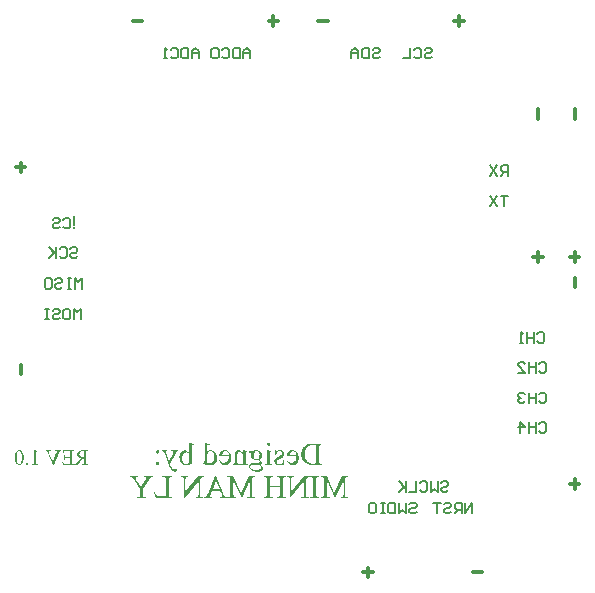
<source format=gbo>
G04*
G04 #@! TF.GenerationSoftware,Altium Limited,Altium Designer,21.7.1 (17)*
G04*
G04 Layer_Color=32896*
%FSLAX42Y42*%
%MOMM*%
G71*
G04*
G04 #@! TF.SameCoordinates,023FFD1A-8B7E-49EE-8FAD-F7FEFAD85E63*
G04*
G04*
G04 #@! TF.FilePolarity,Positive*
G04*
G01*
G75*
%ADD10C,0.20*%
%ADD14C,0.30*%
G36*
X2797Y3691D02*
X2796Y3688D01*
X2794Y3689D01*
X2792Y3689D01*
X2790Y3690D01*
X2789Y3690D01*
X2788Y3690D01*
X2787Y3690D01*
X2787D01*
X2785Y3690D01*
X2784Y3690D01*
X2783Y3689D01*
X2783Y3689D01*
X2782Y3688D01*
X2781Y3686D01*
X2781Y3685D01*
X2780Y3685D01*
Y3685D01*
X2780Y3684D01*
X2780Y3683D01*
X2780Y3681D01*
X2780Y3678D01*
Y3675D01*
X2780Y3673D01*
Y3670D01*
Y3670D01*
Y3669D01*
Y3669D01*
Y3668D01*
Y3604D01*
Y3602D01*
Y3600D01*
X2780Y3597D01*
X2780Y3595D01*
X2780Y3593D01*
X2780Y3592D01*
X2780Y3591D01*
X2781Y3591D01*
Y3591D01*
X2782Y3589D01*
X2783Y3588D01*
X2784Y3588D01*
X2784Y3587D01*
X2784D01*
X2785Y3587D01*
X2787Y3587D01*
X2789Y3586D01*
X2790Y3586D01*
X2792Y3586D01*
X2795D01*
Y3583D01*
X2750D01*
Y3586D01*
X2753D01*
X2755Y3586D01*
X2757Y3586D01*
X2758Y3587D01*
X2759Y3587D01*
X2760Y3587D01*
X2760Y3587D01*
X2761D01*
X2762Y3589D01*
X2763Y3590D01*
X2764Y3591D01*
X2764Y3591D01*
Y3591D01*
X2764Y3593D01*
X2765Y3594D01*
X2765Y3596D01*
Y3599D01*
X2765Y3601D01*
Y3602D01*
Y3603D01*
Y3604D01*
Y3604D01*
Y3604D01*
Y3705D01*
X2768D01*
X2797Y3691D01*
D02*
G37*
G36*
X3100Y3699D02*
X3096D01*
X3094Y3699D01*
X3092Y3699D01*
X3090Y3698D01*
X3088Y3697D01*
X3087Y3697D01*
X3086Y3696D01*
X3086Y3696D01*
X3086Y3696D01*
X3085Y3695D01*
X3085Y3694D01*
X3084Y3692D01*
X3084Y3690D01*
X3084Y3688D01*
X3084Y3685D01*
X3083Y3684D01*
Y3683D01*
Y3682D01*
Y3682D01*
Y3682D01*
Y3604D01*
Y3601D01*
X3084Y3598D01*
X3084Y3596D01*
X3084Y3595D01*
X3084Y3594D01*
X3084Y3593D01*
X3085Y3592D01*
Y3592D01*
X3085Y3591D01*
X3085Y3590D01*
X3087Y3589D01*
X3088Y3588D01*
X3088Y3588D01*
X3088D01*
X3091Y3587D01*
X3094Y3586D01*
X3095D01*
X3096Y3586D01*
X3100D01*
Y3583D01*
X3008D01*
X2998Y3613D01*
X3001D01*
X3004Y3609D01*
X3006Y3606D01*
X3007Y3603D01*
X3009Y3600D01*
X3011Y3599D01*
X3012Y3597D01*
X3012Y3596D01*
X3013Y3596D01*
X3014Y3595D01*
X3016Y3594D01*
X3017Y3593D01*
X3019Y3592D01*
X3020Y3591D01*
X3021Y3591D01*
X3021Y3591D01*
X3022D01*
X3024Y3590D01*
X3026Y3590D01*
X3028Y3590D01*
X3031Y3589D01*
X3033Y3589D01*
X3058D01*
X3060Y3589D01*
X3061Y3590D01*
X3062Y3590D01*
X3063D01*
X3063Y3590D01*
X3063Y3590D01*
X3064D01*
X3065Y3591D01*
X3065Y3592D01*
X3066Y3593D01*
X3066Y3593D01*
X3066Y3594D01*
X3066Y3595D01*
Y3597D01*
X3067Y3598D01*
Y3600D01*
Y3601D01*
Y3602D01*
Y3603D01*
Y3642D01*
X3037D01*
X3035Y3642D01*
X3033Y3642D01*
X3032Y3641D01*
X3031Y3641D01*
X3030Y3641D01*
X3029Y3640D01*
X3029D01*
X3028Y3640D01*
X3027Y3639D01*
X3026Y3638D01*
X3025Y3637D01*
X3024Y3636D01*
X3024Y3636D01*
Y3636D01*
X3023Y3634D01*
X3023Y3633D01*
X3022Y3631D01*
X3022Y3629D01*
X3022Y3627D01*
X3022Y3626D01*
X3021Y3625D01*
Y3625D01*
Y3624D01*
X3018D01*
Y3666D01*
X3021D01*
X3022Y3663D01*
X3022Y3659D01*
X3023Y3657D01*
X3024Y3655D01*
X3025Y3654D01*
X3026Y3652D01*
X3026Y3652D01*
X3027Y3652D01*
X3028Y3651D01*
X3030Y3650D01*
X3032Y3649D01*
X3035Y3649D01*
X3037Y3649D01*
X3038Y3649D01*
X3067D01*
Y3696D01*
X3031D01*
X3028Y3696D01*
X3026Y3696D01*
X3024Y3695D01*
X3023Y3695D01*
X3022Y3695D01*
X3022Y3694D01*
X3021D01*
X3020Y3694D01*
X3018Y3693D01*
X3017Y3692D01*
X3016Y3691D01*
X3016Y3690D01*
X3015Y3690D01*
X3015Y3689D01*
X3015Y3689D01*
X3014Y3688D01*
X3013Y3686D01*
X3012Y3684D01*
X3012Y3681D01*
X3011Y3679D01*
X3011Y3678D01*
X3010Y3676D01*
Y3676D01*
Y3676D01*
X3007D01*
X3008Y3702D01*
X3100D01*
Y3699D01*
D02*
G37*
G36*
X2992D02*
X2990Y3699D01*
X2989Y3699D01*
X2987Y3698D01*
X2986Y3698D01*
X2985Y3697D01*
X2984Y3697D01*
X2984Y3697D01*
X2984D01*
X2982Y3696D01*
X2980Y3694D01*
X2979Y3693D01*
X2978Y3693D01*
X2978Y3693D01*
X2978Y3692D01*
X2977Y3691D01*
X2976Y3689D01*
X2975Y3687D01*
X2975Y3686D01*
X2974Y3684D01*
X2974Y3683D01*
X2973Y3683D01*
Y3683D01*
X2929Y3580D01*
X2925D01*
X2884Y3682D01*
X2882Y3685D01*
X2881Y3688D01*
X2880Y3690D01*
X2878Y3692D01*
X2877Y3693D01*
X2876Y3694D01*
X2876Y3695D01*
X2875Y3695D01*
X2874Y3696D01*
X2873Y3697D01*
X2869Y3698D01*
X2868Y3699D01*
X2867Y3699D01*
X2866Y3699D01*
X2866D01*
Y3702D01*
X2903D01*
Y3699D01*
X2902Y3699D01*
X2901D01*
X2901Y3699D01*
X2899Y3698D01*
X2897Y3698D01*
X2896Y3697D01*
X2894Y3697D01*
X2893Y3696D01*
X2893Y3696D01*
X2893Y3696D01*
X2892Y3695D01*
X2891Y3694D01*
X2891Y3694D01*
X2890Y3692D01*
X2890Y3691D01*
Y3691D01*
Y3691D01*
X2890Y3689D01*
X2890Y3687D01*
X2891Y3684D01*
X2892Y3682D01*
X2893Y3680D01*
X2893Y3678D01*
X2893Y3677D01*
X2894Y3677D01*
X2894Y3676D01*
Y3676D01*
X2922Y3607D01*
X2952Y3677D01*
X2954Y3681D01*
X2955Y3683D01*
X2956Y3686D01*
X2956Y3688D01*
X2956Y3689D01*
X2957Y3690D01*
Y3691D01*
Y3691D01*
X2956Y3692D01*
X2956Y3693D01*
X2955Y3695D01*
X2955Y3696D01*
X2954Y3696D01*
X2954D01*
X2953Y3697D01*
X2951Y3697D01*
X2950Y3698D01*
X2948Y3698D01*
X2946Y3699D01*
X2945Y3699D01*
X2944Y3699D01*
X2943D01*
Y3702D01*
X2992D01*
Y3699D01*
D02*
G37*
G36*
X3221D02*
X3217D01*
X3214Y3699D01*
X3212Y3699D01*
X3211Y3698D01*
X3209Y3697D01*
X3208Y3696D01*
X3207Y3696D01*
X3207Y3695D01*
X3207Y3695D01*
X3206Y3695D01*
X3206Y3694D01*
X3205Y3692D01*
X3205Y3690D01*
X3205Y3687D01*
X3204Y3685D01*
X3204Y3683D01*
Y3682D01*
Y3682D01*
Y3681D01*
Y3681D01*
Y3604D01*
Y3600D01*
X3205Y3598D01*
X3205Y3595D01*
X3205Y3594D01*
X3205Y3592D01*
X3206Y3591D01*
X3206Y3591D01*
Y3591D01*
X3207Y3589D01*
X3209Y3588D01*
X3211Y3587D01*
X3213Y3587D01*
X3214Y3586D01*
X3215Y3586D01*
X3221D01*
Y3583D01*
X3170D01*
Y3586D01*
X3175D01*
X3177Y3586D01*
X3179Y3587D01*
X3181Y3587D01*
X3182Y3588D01*
X3183Y3589D01*
X3184Y3589D01*
X3185Y3590D01*
X3185Y3590D01*
X3185Y3590D01*
X3186Y3591D01*
X3186Y3593D01*
X3187Y3596D01*
X3187Y3598D01*
X3187Y3600D01*
X3187Y3602D01*
Y3603D01*
Y3603D01*
Y3604D01*
Y3604D01*
Y3639D01*
X3186Y3639D01*
X3180D01*
X3178Y3639D01*
X3175D01*
X3135Y3583D01*
X3102D01*
Y3586D01*
X3106Y3587D01*
X3109Y3587D01*
X3112Y3588D01*
X3114Y3589D01*
X3116Y3590D01*
X3117Y3590D01*
X3118Y3591D01*
X3118Y3591D01*
X3120Y3592D01*
X3121Y3593D01*
X3123Y3595D01*
X3126Y3598D01*
X3128Y3600D01*
X3130Y3603D01*
X3131Y3605D01*
X3132Y3606D01*
X3132Y3606D01*
X3133Y3606D01*
X3133Y3607D01*
X3158Y3641D01*
X3152Y3642D01*
X3148Y3644D01*
X3144Y3646D01*
X3141Y3648D01*
X3139Y3650D01*
X3137Y3651D01*
X3136Y3652D01*
X3135Y3652D01*
X3133Y3656D01*
X3131Y3659D01*
X3130Y3662D01*
X3129Y3665D01*
X3129Y3668D01*
X3128Y3670D01*
X3128Y3670D01*
Y3671D01*
Y3671D01*
Y3671D01*
X3128Y3675D01*
X3129Y3679D01*
X3130Y3682D01*
X3131Y3684D01*
X3132Y3686D01*
X3134Y3688D01*
X3134Y3689D01*
X3135Y3689D01*
X3137Y3692D01*
X3140Y3694D01*
X3142Y3696D01*
X3145Y3697D01*
X3147Y3698D01*
X3148Y3699D01*
X3150Y3699D01*
X3150Y3699D01*
X3150D01*
X3152Y3700D01*
X3154Y3700D01*
X3158Y3701D01*
X3163Y3702D01*
X3167Y3702D01*
X3169Y3702D01*
X3171D01*
X3173Y3702D01*
X3221D01*
Y3699D01*
D02*
G37*
G36*
X2640Y3705D02*
X2643Y3704D01*
X2646Y3703D01*
X2649Y3702D01*
X2651Y3701D01*
X2652Y3700D01*
X2653Y3699D01*
X2654Y3699D01*
X2657Y3696D01*
X2660Y3693D01*
X2663Y3689D01*
X2666Y3685D01*
X2668Y3682D01*
X2668Y3681D01*
X2669Y3679D01*
X2670Y3679D01*
X2670Y3678D01*
X2670Y3677D01*
Y3677D01*
X2672Y3671D01*
X2674Y3665D01*
X2675Y3659D01*
X2675Y3654D01*
X2676Y3651D01*
X2676Y3649D01*
X2676Y3647D01*
Y3645D01*
X2676Y3644D01*
Y3643D01*
Y3642D01*
Y3642D01*
X2676Y3637D01*
X2676Y3633D01*
X2675Y3629D01*
X2675Y3625D01*
X2674Y3622D01*
X2673Y3618D01*
X2672Y3615D01*
X2671Y3612D01*
X2671Y3610D01*
X2670Y3607D01*
X2669Y3605D01*
X2668Y3604D01*
X2668Y3602D01*
X2667Y3601D01*
X2667Y3601D01*
X2667Y3601D01*
X2665Y3597D01*
X2662Y3594D01*
X2660Y3591D01*
X2658Y3589D01*
X2655Y3587D01*
X2653Y3586D01*
X2650Y3584D01*
X2648Y3583D01*
X2646Y3582D01*
X2644Y3582D01*
X2643Y3581D01*
X2641Y3581D01*
X2640Y3581D01*
X2639Y3581D01*
X2638D01*
X2635Y3581D01*
X2632Y3582D01*
X2629Y3583D01*
X2626Y3584D01*
X2624Y3585D01*
X2622Y3586D01*
X2621Y3587D01*
X2621Y3587D01*
X2620Y3587D01*
X2620D01*
X2619Y3589D01*
X2617Y3590D01*
X2614Y3593D01*
X2611Y3597D01*
X2609Y3600D01*
X2607Y3603D01*
X2607Y3605D01*
X2606Y3606D01*
X2605Y3607D01*
X2605Y3608D01*
X2605Y3608D01*
Y3608D01*
X2603Y3614D01*
X2601Y3620D01*
X2600Y3626D01*
X2600Y3631D01*
X2599Y3634D01*
X2599Y3636D01*
X2599Y3638D01*
X2599Y3640D01*
Y3642D01*
Y3643D01*
Y3644D01*
Y3644D01*
X2599Y3649D01*
X2599Y3654D01*
X2600Y3659D01*
X2601Y3664D01*
X2602Y3668D01*
X2603Y3672D01*
X2604Y3675D01*
X2606Y3678D01*
X2607Y3681D01*
X2608Y3684D01*
X2609Y3686D01*
X2610Y3688D01*
X2611Y3689D01*
X2612Y3690D01*
X2612Y3691D01*
X2613Y3691D01*
X2615Y3693D01*
X2617Y3695D01*
X2619Y3697D01*
X2621Y3699D01*
X2623Y3700D01*
X2625Y3701D01*
X2627Y3702D01*
X2629Y3703D01*
X2632Y3704D01*
X2634Y3704D01*
X2635Y3705D01*
X2636Y3705D01*
X2637D01*
X2640Y3705D01*
D02*
G37*
G36*
X2707Y3600D02*
X2708Y3600D01*
X2709Y3599D01*
X2710Y3599D01*
X2711Y3598D01*
X2712Y3598D01*
X2712Y3597D01*
X2712Y3597D01*
X2713Y3596D01*
X2714Y3595D01*
X2714Y3594D01*
X2715Y3593D01*
X2715Y3592D01*
X2715Y3591D01*
Y3590D01*
Y3590D01*
X2715Y3589D01*
X2715Y3587D01*
X2714Y3586D01*
X2714Y3585D01*
X2713Y3584D01*
X2713Y3584D01*
X2713Y3583D01*
X2712Y3583D01*
X2711Y3582D01*
X2710Y3581D01*
X2709Y3581D01*
X2708Y3581D01*
X2707Y3581D01*
X2706Y3580D01*
X2705D01*
X2704Y3581D01*
X2703Y3581D01*
X2700Y3582D01*
X2700Y3582D01*
X2699Y3583D01*
X2699Y3583D01*
X2698Y3583D01*
X2698Y3584D01*
X2697Y3586D01*
X2696Y3587D01*
X2696Y3588D01*
X2696Y3589D01*
X2695Y3589D01*
Y3590D01*
Y3590D01*
X2696Y3592D01*
X2696Y3593D01*
X2697Y3595D01*
X2698Y3596D01*
X2698Y3596D01*
X2698Y3597D01*
X2698Y3597D01*
X2700Y3598D01*
X2701Y3599D01*
X2702Y3599D01*
X2703Y3600D01*
X2704Y3600D01*
X2705Y3600D01*
X2705D01*
X2707Y3600D01*
D02*
G37*
G36*
X4249Y3754D02*
X4247Y3749D01*
X4243Y3750D01*
X4241Y3751D01*
X4239Y3751D01*
X4238D01*
X4236Y3751D01*
X4234Y3750D01*
X4233Y3750D01*
X4233Y3750D01*
X4232Y3749D01*
X4232Y3748D01*
X4231Y3746D01*
X4230Y3744D01*
X4230Y3743D01*
Y3743D01*
X4229Y3742D01*
Y3741D01*
X4229Y3737D01*
X4229Y3733D01*
X4229Y3729D01*
Y3725D01*
Y3721D01*
Y3720D01*
Y3719D01*
Y3718D01*
Y3718D01*
Y3695D01*
X4233Y3698D01*
X4237Y3701D01*
X4242Y3703D01*
X4246Y3704D01*
X4250Y3705D01*
X4253Y3705D01*
X4254Y3705D01*
X4255D01*
X4260Y3705D01*
X4264Y3705D01*
X4269Y3703D01*
X4272Y3702D01*
X4276Y3700D01*
X4280Y3698D01*
X4283Y3697D01*
X4286Y3695D01*
X4288Y3693D01*
X4291Y3691D01*
X4292Y3689D01*
X4294Y3687D01*
X4296Y3686D01*
X4296Y3685D01*
X4297Y3684D01*
X4297Y3684D01*
X4300Y3680D01*
X4302Y3675D01*
X4305Y3671D01*
X4307Y3667D01*
X4308Y3663D01*
X4310Y3659D01*
X4312Y3652D01*
X4312Y3648D01*
X4313Y3645D01*
X4313Y3643D01*
X4313Y3640D01*
X4314Y3638D01*
Y3637D01*
Y3636D01*
Y3636D01*
X4313Y3631D01*
X4313Y3627D01*
X4311Y3618D01*
X4310Y3615D01*
X4309Y3611D01*
X4307Y3608D01*
X4306Y3605D01*
X4305Y3602D01*
X4304Y3600D01*
X4302Y3598D01*
X4301Y3597D01*
X4300Y3595D01*
X4299Y3594D01*
X4299Y3594D01*
X4299Y3594D01*
X4296Y3591D01*
X4293Y3588D01*
X4290Y3586D01*
X4287Y3584D01*
X4284Y3582D01*
X4281Y3581D01*
X4276Y3579D01*
X4271Y3578D01*
X4269Y3578D01*
X4268Y3577D01*
X4266Y3577D01*
X4264D01*
X4261Y3577D01*
X4257Y3578D01*
X4254Y3578D01*
X4251Y3579D01*
X4249Y3580D01*
X4248Y3580D01*
X4246Y3581D01*
X4246Y3581D01*
X4243Y3583D01*
X4240Y3585D01*
X4237Y3587D01*
X4234Y3589D01*
X4232Y3591D01*
X4230Y3593D01*
X4229Y3594D01*
X4229Y3594D01*
Y3577D01*
X4223D01*
X4186Y3592D01*
X4188Y3597D01*
X4192Y3595D01*
X4195Y3594D01*
X4196D01*
X4197Y3594D01*
X4198D01*
X4200Y3594D01*
X4201Y3595D01*
X4203Y3596D01*
X4203Y3596D01*
X4204Y3598D01*
X4205Y3600D01*
X4206Y3602D01*
X4206Y3602D01*
Y3602D01*
Y3603D01*
X4206Y3605D01*
Y3607D01*
X4206Y3608D01*
Y3613D01*
X4207Y3617D01*
Y3622D01*
Y3623D01*
Y3625D01*
Y3627D01*
Y3628D01*
Y3628D01*
Y3628D01*
Y3769D01*
X4213D01*
X4249Y3754D01*
D02*
G37*
G36*
X4120D02*
X4118Y3749D01*
X4115Y3750D01*
X4111Y3751D01*
X4110Y3751D01*
X4109D01*
X4107Y3751D01*
X4105Y3750D01*
X4104Y3750D01*
X4104Y3750D01*
X4103Y3749D01*
X4103Y3748D01*
X4101Y3746D01*
X4101Y3744D01*
X4101Y3743D01*
Y3743D01*
X4100Y3742D01*
Y3741D01*
X4100Y3737D01*
X4100Y3733D01*
X4100Y3729D01*
Y3725D01*
Y3721D01*
Y3720D01*
Y3719D01*
Y3718D01*
Y3718D01*
Y3592D01*
X4095Y3590D01*
X4091Y3587D01*
X4088Y3585D01*
X4084Y3584D01*
X4081Y3582D01*
X4080Y3582D01*
X4078Y3581D01*
X4078Y3581D01*
X4073Y3580D01*
X4070Y3579D01*
X4066Y3578D01*
X4063Y3578D01*
X4060Y3577D01*
X4058Y3577D01*
X4056D01*
X4052Y3577D01*
X4048Y3578D01*
X4044Y3579D01*
X4040Y3580D01*
X4033Y3582D01*
X4027Y3585D01*
X4025Y3587D01*
X4022Y3589D01*
X4020Y3590D01*
X4018Y3591D01*
X4017Y3592D01*
X4016Y3593D01*
X4015Y3594D01*
X4015Y3594D01*
X4011Y3598D01*
X4008Y3602D01*
X4005Y3606D01*
X4003Y3610D01*
X4000Y3615D01*
X3999Y3619D01*
X3997Y3623D01*
X3996Y3627D01*
X3995Y3631D01*
X3995Y3635D01*
X3994Y3638D01*
X3994Y3640D01*
X3993Y3643D01*
Y3644D01*
Y3645D01*
Y3646D01*
X3994Y3651D01*
X3994Y3655D01*
X3995Y3660D01*
X3996Y3664D01*
X3997Y3668D01*
X3998Y3672D01*
X3999Y3675D01*
X4000Y3678D01*
X4002Y3680D01*
X4003Y3683D01*
X4004Y3685D01*
X4005Y3687D01*
X4006Y3688D01*
X4007Y3688D01*
X4007Y3689D01*
X4007Y3689D01*
X4010Y3692D01*
X4013Y3695D01*
X4015Y3697D01*
X4018Y3699D01*
X4021Y3700D01*
X4024Y3701D01*
X4029Y3703D01*
X4033Y3705D01*
X4035Y3705D01*
X4037Y3705D01*
X4038Y3705D01*
X4040D01*
X4044Y3705D01*
X4047Y3704D01*
X4051Y3703D01*
X4054Y3701D01*
X4058Y3700D01*
X4061Y3698D01*
X4066Y3693D01*
X4069Y3691D01*
X4071Y3688D01*
X4073Y3687D01*
X4075Y3685D01*
X4076Y3683D01*
X4077Y3682D01*
X4077Y3681D01*
X4078Y3681D01*
Y3769D01*
X4084D01*
X4120Y3754D01*
D02*
G37*
G36*
X4752Y3768D02*
X4754Y3768D01*
X4756Y3767D01*
X4757Y3766D01*
X4758Y3765D01*
X4759Y3765D01*
X4759Y3765D01*
X4761Y3763D01*
X4761Y3761D01*
X4762Y3758D01*
X4763Y3757D01*
X4763Y3756D01*
Y3755D01*
Y3755D01*
X4763Y3753D01*
X4762Y3751D01*
X4761Y3748D01*
X4760Y3747D01*
X4760Y3746D01*
X4759Y3746D01*
X4759Y3746D01*
X4757Y3744D01*
X4756Y3743D01*
X4753Y3742D01*
X4752Y3742D01*
X4751Y3742D01*
X4750D01*
X4748Y3742D01*
X4746Y3742D01*
X4743Y3744D01*
X4742Y3745D01*
X4741Y3745D01*
X4741Y3745D01*
X4740Y3746D01*
X4739Y3747D01*
X4738Y3749D01*
X4737Y3750D01*
X4737Y3752D01*
X4736Y3753D01*
X4736Y3754D01*
Y3755D01*
Y3755D01*
X4736Y3757D01*
X4737Y3759D01*
X4738Y3762D01*
X4739Y3763D01*
X4740Y3764D01*
X4740Y3764D01*
X4740Y3765D01*
X4742Y3766D01*
X4743Y3767D01*
X4745Y3768D01*
X4746Y3768D01*
X4748Y3768D01*
X4749Y3769D01*
X4750D01*
X4752Y3768D01*
D02*
G37*
G36*
X4850Y3705D02*
X4855Y3704D01*
X4860Y3702D01*
X4864Y3700D01*
X4867Y3698D01*
X4869Y3697D01*
X4870Y3696D01*
X4871Y3695D01*
X4874Y3691D01*
X4877Y3687D01*
X4878Y3683D01*
X4879Y3679D01*
X4880Y3675D01*
X4880Y3673D01*
X4881Y3672D01*
Y3671D01*
Y3670D01*
Y3670D01*
X4880Y3666D01*
X4880Y3662D01*
X4879Y3659D01*
X4878Y3657D01*
X4877Y3654D01*
X4876Y3653D01*
X4875Y3652D01*
X4875Y3651D01*
X4874Y3650D01*
X4872Y3648D01*
X4869Y3645D01*
X4864Y3642D01*
X4860Y3640D01*
X4856Y3637D01*
X4853Y3636D01*
X4852Y3635D01*
X4851Y3635D01*
X4850Y3634D01*
X4850D01*
X4846Y3632D01*
X4843Y3631D01*
X4840Y3629D01*
X4838Y3628D01*
X4833Y3625D01*
X4830Y3623D01*
X4827Y3621D01*
X4826Y3619D01*
X4824Y3618D01*
X4824Y3618D01*
X4822Y3616D01*
X4820Y3613D01*
X4819Y3611D01*
X4818Y3608D01*
X4818Y3606D01*
X4817Y3605D01*
Y3603D01*
Y3603D01*
X4818Y3600D01*
X4818Y3598D01*
X4819Y3596D01*
X4820Y3594D01*
X4821Y3592D01*
X4822Y3591D01*
X4823Y3590D01*
X4823Y3590D01*
X4826Y3589D01*
X4828Y3587D01*
X4831Y3586D01*
X4833Y3585D01*
X4835Y3585D01*
X4837Y3585D01*
X4838D01*
X4843Y3585D01*
X4847Y3586D01*
X4852Y3588D01*
X4855Y3590D01*
X4858Y3591D01*
X4860Y3593D01*
X4861Y3594D01*
X4862Y3594D01*
X4865Y3598D01*
X4868Y3602D01*
X4871Y3607D01*
X4873Y3612D01*
X4874Y3616D01*
X4875Y3619D01*
X4875Y3621D01*
Y3622D01*
X4876Y3622D01*
Y3622D01*
X4880D01*
Y3579D01*
X4876D01*
X4875Y3580D01*
X4874Y3581D01*
X4873Y3582D01*
X4872Y3582D01*
X4871D01*
X4869Y3582D01*
X4867Y3582D01*
X4865Y3581D01*
X4864Y3581D01*
X4864D01*
X4859Y3580D01*
X4854Y3579D01*
X4850Y3578D01*
X4846Y3578D01*
X4843Y3577D01*
X4841Y3577D01*
X4839D01*
X4833Y3578D01*
X4828Y3579D01*
X4823Y3580D01*
X4819Y3582D01*
X4815Y3584D01*
X4813Y3585D01*
X4811Y3587D01*
X4811Y3587D01*
X4808Y3589D01*
X4806Y3591D01*
X4803Y3595D01*
X4801Y3600D01*
X4800Y3604D01*
X4799Y3608D01*
X4798Y3611D01*
X4798Y3612D01*
Y3613D01*
Y3613D01*
Y3614D01*
X4798Y3618D01*
X4799Y3621D01*
X4801Y3625D01*
X4802Y3628D01*
X4804Y3631D01*
X4807Y3634D01*
X4811Y3639D01*
X4816Y3643D01*
X4819Y3645D01*
X4821Y3646D01*
X4822Y3647D01*
X4824Y3648D01*
X4825Y3648D01*
X4825Y3648D01*
X4844Y3658D01*
X4849Y3660D01*
X4852Y3662D01*
X4855Y3664D01*
X4857Y3666D01*
X4859Y3667D01*
X4860Y3668D01*
X4861Y3669D01*
X4861Y3669D01*
X4862Y3671D01*
X4864Y3673D01*
X4864Y3675D01*
X4865Y3677D01*
X4865Y3679D01*
X4865Y3681D01*
Y3682D01*
Y3682D01*
X4865Y3684D01*
X4864Y3686D01*
X4862Y3689D01*
X4861Y3691D01*
X4860Y3692D01*
X4860Y3692D01*
X4860Y3693D01*
X4857Y3694D01*
X4855Y3695D01*
X4852Y3697D01*
X4850Y3697D01*
X4848Y3697D01*
X4846Y3698D01*
X4845D01*
X4840Y3697D01*
X4836Y3697D01*
X4833Y3695D01*
X4830Y3694D01*
X4828Y3693D01*
X4826Y3692D01*
X4825Y3691D01*
X4825Y3690D01*
X4823Y3689D01*
X4822Y3687D01*
X4819Y3683D01*
X4817Y3679D01*
X4815Y3675D01*
X4814Y3670D01*
X4812Y3667D01*
X4812Y3666D01*
X4812Y3665D01*
X4812Y3664D01*
Y3664D01*
X4807D01*
Y3705D01*
X4812D01*
X4813Y3703D01*
X4814Y3702D01*
X4814Y3701D01*
X4815Y3701D01*
X4816Y3701D01*
X4817Y3700D01*
X4819D01*
X4820Y3701D01*
X4823Y3701D01*
X4825Y3702D01*
X4826Y3702D01*
X4827Y3702D01*
X4827D01*
X4831Y3703D01*
X4834Y3704D01*
X4837Y3705D01*
X4839Y3705D01*
X4841D01*
X4843Y3705D01*
X4844D01*
X4850Y3705D01*
D02*
G37*
G36*
X4781Y3691D02*
X4779Y3686D01*
X4776Y3687D01*
X4773Y3688D01*
X4772Y3688D01*
X4770D01*
X4768Y3688D01*
X4766Y3687D01*
X4765Y3687D01*
X4765Y3686D01*
X4763Y3685D01*
X4762Y3683D01*
X4762Y3681D01*
X4762Y3680D01*
Y3680D01*
X4762Y3679D01*
X4761Y3677D01*
X4761Y3674D01*
X4761Y3670D01*
Y3665D01*
X4761Y3662D01*
Y3658D01*
Y3657D01*
Y3656D01*
Y3655D01*
Y3655D01*
Y3608D01*
Y3604D01*
X4761Y3601D01*
X4761Y3598D01*
X4761Y3596D01*
X4762Y3595D01*
X4762Y3594D01*
X4762Y3593D01*
Y3593D01*
X4764Y3590D01*
X4766Y3589D01*
X4767Y3587D01*
X4767Y3587D01*
X4767D01*
X4769Y3587D01*
X4770Y3586D01*
X4774Y3586D01*
X4776Y3585D01*
X4779D01*
Y3581D01*
X4720D01*
Y3585D01*
X4723D01*
X4726Y3586D01*
X4728Y3586D01*
X4729Y3586D01*
X4731Y3587D01*
X4732Y3587D01*
X4732Y3587D01*
X4732D01*
X4734Y3589D01*
X4736Y3591D01*
X4737Y3592D01*
X4737Y3592D01*
Y3593D01*
X4738Y3594D01*
X4738Y3597D01*
X4738Y3602D01*
X4739Y3604D01*
Y3606D01*
Y3608D01*
Y3608D01*
Y3705D01*
X4744D01*
X4781Y3691D01*
D02*
G37*
G36*
X4576D02*
X4575Y3686D01*
X4571Y3687D01*
X4568Y3688D01*
X4567Y3688D01*
X4566D01*
X4563Y3688D01*
X4562Y3687D01*
X4561Y3686D01*
X4560Y3686D01*
X4560Y3685D01*
X4559Y3684D01*
X4558Y3682D01*
X4558Y3680D01*
X4557Y3680D01*
Y3680D01*
X4557Y3678D01*
Y3677D01*
X4557Y3675D01*
Y3673D01*
X4556Y3669D01*
X4556Y3665D01*
Y3660D01*
Y3658D01*
Y3657D01*
Y3655D01*
Y3654D01*
Y3653D01*
Y3653D01*
Y3608D01*
Y3603D01*
X4557Y3600D01*
X4557Y3597D01*
X4558Y3594D01*
X4558Y3592D01*
X4559Y3591D01*
X4559Y3590D01*
X4560Y3590D01*
X4561Y3589D01*
X4563Y3587D01*
X4565Y3587D01*
X4567Y3586D01*
X4569Y3586D01*
X4571Y3585D01*
X4575D01*
Y3581D01*
X4515D01*
Y3585D01*
X4518D01*
X4521Y3586D01*
X4523Y3586D01*
X4525Y3586D01*
X4526Y3587D01*
X4527Y3587D01*
X4528Y3587D01*
X4528D01*
X4530Y3589D01*
X4532Y3590D01*
X4533Y3592D01*
X4533Y3592D01*
Y3593D01*
X4533Y3594D01*
X4534Y3596D01*
X4534Y3599D01*
Y3602D01*
X4534Y3604D01*
Y3606D01*
Y3608D01*
Y3608D01*
Y3672D01*
X4531Y3675D01*
X4528Y3678D01*
X4526Y3680D01*
X4523Y3682D01*
X4520Y3684D01*
X4518Y3685D01*
X4513Y3687D01*
X4509Y3688D01*
X4506Y3689D01*
X4505Y3689D01*
X4503D01*
X4500Y3689D01*
X4497Y3688D01*
X4494Y3687D01*
X4492Y3686D01*
X4491Y3684D01*
X4490Y3683D01*
X4489Y3682D01*
X4489Y3682D01*
X4487Y3679D01*
X4486Y3675D01*
X4485Y3671D01*
X4485Y3667D01*
X4485Y3663D01*
X4484Y3660D01*
Y3659D01*
Y3658D01*
Y3658D01*
Y3658D01*
Y3608D01*
Y3605D01*
Y3602D01*
X4485Y3600D01*
Y3598D01*
Y3597D01*
X4485Y3596D01*
Y3595D01*
X4486Y3592D01*
X4488Y3590D01*
X4489Y3589D01*
X4489Y3588D01*
X4490D01*
X4491Y3587D01*
X4493Y3587D01*
X4497Y3586D01*
X4499D01*
X4500Y3585D01*
X4504D01*
Y3581D01*
X4444D01*
Y3585D01*
X4447D01*
X4449Y3586D01*
X4452Y3586D01*
X4453Y3586D01*
X4454Y3587D01*
X4455Y3587D01*
X4456Y3587D01*
X4456D01*
X4458Y3589D01*
X4460Y3590D01*
X4460Y3592D01*
X4461Y3592D01*
X4461Y3594D01*
X4462Y3597D01*
X4462Y3602D01*
X4462Y3604D01*
Y3606D01*
Y3608D01*
Y3608D01*
Y3660D01*
Y3665D01*
X4463Y3670D01*
X4463Y3675D01*
X4464Y3678D01*
X4464Y3681D01*
X4465Y3683D01*
X4465Y3684D01*
X4465Y3684D01*
X4467Y3688D01*
X4469Y3692D01*
X4471Y3694D01*
X4473Y3697D01*
X4474Y3698D01*
X4476Y3700D01*
X4477Y3700D01*
X4477Y3700D01*
X4480Y3702D01*
X4482Y3703D01*
X4485Y3704D01*
X4488Y3705D01*
X4490Y3705D01*
X4492Y3705D01*
X4494D01*
X4497Y3705D01*
X4501Y3704D01*
X4505Y3703D01*
X4508Y3701D01*
X4512Y3700D01*
X4515Y3697D01*
X4521Y3693D01*
X4524Y3690D01*
X4527Y3688D01*
X4529Y3686D01*
X4531Y3684D01*
X4532Y3682D01*
X4533Y3681D01*
X4534Y3680D01*
X4534Y3680D01*
Y3705D01*
X4540D01*
X4576Y3691D01*
D02*
G37*
G36*
X3812Y3705D02*
X3814Y3705D01*
X3816Y3704D01*
X3817Y3703D01*
X3819Y3702D01*
X3820Y3702D01*
X3820Y3701D01*
X3821Y3701D01*
X3822Y3699D01*
X3823Y3698D01*
X3824Y3696D01*
X3824Y3694D01*
X3824Y3693D01*
X3825Y3692D01*
Y3691D01*
Y3691D01*
X3824Y3688D01*
X3824Y3687D01*
X3823Y3685D01*
X3822Y3683D01*
X3822Y3682D01*
X3821Y3681D01*
X3821Y3680D01*
X3821Y3680D01*
X3819Y3679D01*
X3817Y3678D01*
X3815Y3677D01*
X3814Y3677D01*
X3812Y3676D01*
X3811Y3676D01*
X3810D01*
X3808Y3676D01*
X3806Y3677D01*
X3803Y3678D01*
X3801Y3679D01*
X3801Y3680D01*
X3800Y3680D01*
X3800Y3680D01*
X3798Y3682D01*
X3797Y3684D01*
X3796Y3685D01*
X3796Y3687D01*
X3796Y3688D01*
X3795Y3690D01*
Y3690D01*
Y3691D01*
X3796Y3693D01*
X3796Y3695D01*
X3797Y3698D01*
X3798Y3699D01*
X3799Y3700D01*
X3799Y3701D01*
X3800Y3701D01*
X3801Y3702D01*
X3803Y3703D01*
X3805Y3704D01*
X3806Y3705D01*
X3808Y3705D01*
X3809Y3705D01*
X3810D01*
X3812Y3705D01*
D02*
G37*
G36*
X3983Y3697D02*
X3980Y3697D01*
X3978Y3696D01*
X3977Y3695D01*
X3975Y3695D01*
X3974Y3694D01*
X3973Y3693D01*
X3973Y3693D01*
X3972Y3692D01*
X3971Y3692D01*
X3969Y3689D01*
X3968Y3688D01*
X3967Y3687D01*
Y3687D01*
X3965Y3683D01*
X3963Y3681D01*
X3962Y3679D01*
X3962Y3678D01*
X3961Y3677D01*
X3961Y3677D01*
Y3677D01*
X3917Y3585D01*
X3926Y3565D01*
X3927Y3561D01*
X3929Y3557D01*
X3931Y3555D01*
X3932Y3552D01*
X3934Y3551D01*
X3934Y3550D01*
X3935Y3549D01*
X3935Y3549D01*
X3937Y3547D01*
X3939Y3546D01*
X3940Y3546D01*
X3941Y3545D01*
X3942Y3545D01*
X3943Y3545D01*
X3945D01*
X3945Y3545D01*
X3948Y3546D01*
X3950Y3546D01*
X3950Y3547D01*
X3950D01*
X3953Y3547D01*
X3955Y3548D01*
X3958Y3549D01*
X3959Y3549D01*
X3961Y3549D01*
X3965D01*
X3967Y3549D01*
X3968Y3548D01*
X3970Y3548D01*
X3971Y3547D01*
X3972Y3547D01*
X3972Y3546D01*
X3972Y3546D01*
X3973Y3545D01*
X3974Y3543D01*
X3975Y3540D01*
X3976Y3539D01*
X3976Y3538D01*
Y3537D01*
Y3537D01*
X3976Y3535D01*
X3975Y3533D01*
X3973Y3530D01*
X3973Y3529D01*
X3972Y3528D01*
X3971Y3527D01*
X3971Y3527D01*
X3969Y3525D01*
X3967Y3524D01*
X3965Y3523D01*
X3963Y3523D01*
X3961Y3522D01*
X3960Y3522D01*
X3958D01*
X3954Y3522D01*
X3950Y3524D01*
X3947Y3525D01*
X3943Y3527D01*
X3940Y3529D01*
X3938Y3530D01*
X3937Y3531D01*
X3936Y3531D01*
X3932Y3535D01*
X3928Y3539D01*
X3925Y3544D01*
X3922Y3548D01*
X3920Y3552D01*
X3919Y3555D01*
X3918Y3556D01*
X3917Y3557D01*
X3917Y3558D01*
Y3558D01*
X3868Y3679D01*
X3867Y3682D01*
X3866Y3684D01*
X3865Y3686D01*
X3864Y3687D01*
X3864Y3688D01*
X3864Y3688D01*
X3864Y3689D01*
X3861Y3692D01*
X3859Y3693D01*
X3858Y3695D01*
X3858Y3695D01*
X3855Y3696D01*
X3853Y3697D01*
X3852Y3697D01*
X3851Y3697D01*
X3850D01*
Y3702D01*
X3889D01*
Y3697D01*
X3887D01*
X3886Y3697D01*
X3884D01*
X3883Y3697D01*
X3882Y3696D01*
X3882Y3696D01*
X3880Y3695D01*
X3879Y3695D01*
X3879Y3694D01*
X3878Y3694D01*
X3878Y3693D01*
X3877Y3692D01*
Y3691D01*
Y3690D01*
X3877Y3686D01*
X3878Y3683D01*
X3879Y3681D01*
X3879Y3680D01*
X3879Y3680D01*
Y3679D01*
X3907Y3612D01*
X3936Y3673D01*
X3937Y3677D01*
X3939Y3680D01*
X3939Y3682D01*
X3940Y3684D01*
X3940Y3686D01*
X3940Y3687D01*
Y3688D01*
Y3688D01*
X3940Y3691D01*
X3939Y3693D01*
X3938Y3694D01*
X3938Y3694D01*
X3936Y3695D01*
X3935Y3696D01*
X3932Y3697D01*
X3931Y3697D01*
X3926D01*
Y3702D01*
X3983D01*
Y3697D01*
D02*
G37*
G36*
X4953Y3705D02*
X4957Y3705D01*
X4961Y3704D01*
X4965Y3703D01*
X4972Y3700D01*
X4975Y3698D01*
X4978Y3697D01*
X4980Y3695D01*
X4982Y3693D01*
X4984Y3692D01*
X4986Y3691D01*
X4987Y3690D01*
X4988Y3689D01*
X4988Y3688D01*
X4988Y3688D01*
X4991Y3685D01*
X4994Y3681D01*
X4996Y3677D01*
X4998Y3673D01*
X4999Y3669D01*
X5000Y3665D01*
X5002Y3657D01*
X5003Y3654D01*
X5003Y3650D01*
X5004Y3647D01*
X5004Y3645D01*
X5004Y3643D01*
Y3641D01*
Y3640D01*
Y3640D01*
X5004Y3634D01*
X5004Y3629D01*
X5003Y3625D01*
X5002Y3620D01*
X5001Y3616D01*
X5000Y3613D01*
X4998Y3609D01*
X4997Y3606D01*
X4995Y3603D01*
X4994Y3601D01*
X4993Y3599D01*
X4992Y3597D01*
X4990Y3596D01*
X4990Y3595D01*
X4989Y3594D01*
X4989Y3594D01*
X4986Y3591D01*
X4983Y3589D01*
X4980Y3586D01*
X4977Y3584D01*
X4973Y3583D01*
X4970Y3581D01*
X4964Y3579D01*
X4959Y3578D01*
X4957Y3578D01*
X4955Y3577D01*
X4954Y3577D01*
X4952D01*
X4948Y3577D01*
X4944Y3578D01*
X4938Y3579D01*
X4932Y3582D01*
X4927Y3585D01*
X4924Y3587D01*
X4921Y3590D01*
X4920Y3590D01*
X4919Y3591D01*
X4919Y3592D01*
X4918Y3592D01*
X4914Y3597D01*
X4910Y3603D01*
X4907Y3609D01*
X4905Y3614D01*
X4904Y3618D01*
X4903Y3620D01*
X4902Y3622D01*
X4902Y3623D01*
X4902Y3624D01*
Y3625D01*
Y3625D01*
X4906Y3628D01*
X4909Y3622D01*
X4911Y3617D01*
X4914Y3613D01*
X4916Y3610D01*
X4918Y3608D01*
X4920Y3607D01*
X4921Y3605D01*
X4921Y3605D01*
X4924Y3603D01*
X4928Y3602D01*
X4931Y3600D01*
X4935Y3600D01*
X4937Y3599D01*
X4940Y3599D01*
X4942D01*
X4945Y3599D01*
X4948Y3599D01*
X4954Y3601D01*
X4959Y3603D01*
X4963Y3606D01*
X4967Y3609D01*
X4970Y3612D01*
X4971Y3612D01*
X4972Y3613D01*
X4972Y3613D01*
X4972Y3614D01*
X4975Y3617D01*
X4977Y3620D01*
X4978Y3623D01*
X4980Y3627D01*
X4982Y3634D01*
X4984Y3641D01*
X4984Y3644D01*
X4985Y3647D01*
X4985Y3649D01*
Y3652D01*
X4985Y3653D01*
Y3655D01*
Y3656D01*
Y3656D01*
X4902D01*
X4902Y3660D01*
X4902Y3664D01*
X4904Y3671D01*
X4906Y3677D01*
X4909Y3682D01*
X4911Y3687D01*
X4912Y3688D01*
X4913Y3689D01*
X4914Y3690D01*
X4915Y3691D01*
X4915Y3692D01*
X4915Y3692D01*
X4918Y3694D01*
X4920Y3696D01*
X4923Y3698D01*
X4926Y3700D01*
X4932Y3702D01*
X4937Y3704D01*
X4941Y3705D01*
X4944Y3705D01*
X4945D01*
X4947Y3705D01*
X4948D01*
X4953Y3705D01*
D02*
G37*
G36*
X4381D02*
X4385Y3705D01*
X4390Y3704D01*
X4393Y3703D01*
X4400Y3700D01*
X4403Y3698D01*
X4406Y3697D01*
X4408Y3695D01*
X4410Y3693D01*
X4412Y3692D01*
X4414Y3691D01*
X4415Y3690D01*
X4416Y3689D01*
X4417Y3688D01*
X4417Y3688D01*
X4420Y3685D01*
X4422Y3681D01*
X4424Y3677D01*
X4426Y3673D01*
X4427Y3669D01*
X4429Y3665D01*
X4431Y3657D01*
X4431Y3654D01*
X4432Y3650D01*
X4432Y3647D01*
X4432Y3645D01*
X4433Y3643D01*
Y3641D01*
Y3640D01*
Y3640D01*
X4432Y3634D01*
X4432Y3629D01*
X4431Y3625D01*
X4430Y3620D01*
X4429Y3616D01*
X4428Y3613D01*
X4427Y3609D01*
X4425Y3606D01*
X4424Y3603D01*
X4422Y3601D01*
X4421Y3599D01*
X4420Y3597D01*
X4419Y3596D01*
X4418Y3595D01*
X4418Y3594D01*
X4417Y3594D01*
X4414Y3591D01*
X4411Y3589D01*
X4408Y3586D01*
X4405Y3584D01*
X4402Y3583D01*
X4399Y3581D01*
X4393Y3579D01*
X4388Y3578D01*
X4385Y3578D01*
X4384Y3577D01*
X4382Y3577D01*
X4380D01*
X4376Y3577D01*
X4373Y3578D01*
X4366Y3579D01*
X4360Y3582D01*
X4356Y3585D01*
X4352Y3587D01*
X4349Y3590D01*
X4348Y3590D01*
X4347Y3591D01*
X4347Y3592D01*
X4347Y3592D01*
X4342Y3597D01*
X4338Y3603D01*
X4336Y3609D01*
X4333Y3614D01*
X4332Y3618D01*
X4331Y3620D01*
X4331Y3622D01*
X4331Y3623D01*
X4330Y3624D01*
Y3625D01*
Y3625D01*
X4334Y3628D01*
X4337Y3622D01*
X4339Y3617D01*
X4342Y3613D01*
X4344Y3610D01*
X4346Y3608D01*
X4348Y3607D01*
X4349Y3605D01*
X4349Y3605D01*
X4353Y3603D01*
X4356Y3602D01*
X4360Y3600D01*
X4363Y3600D01*
X4366Y3599D01*
X4368Y3599D01*
X4370D01*
X4373Y3599D01*
X4376Y3599D01*
X4382Y3601D01*
X4387Y3603D01*
X4392Y3606D01*
X4396Y3609D01*
X4399Y3612D01*
X4399Y3612D01*
X4400Y3613D01*
X4400Y3613D01*
X4401Y3614D01*
X4403Y3617D01*
X4405Y3620D01*
X4407Y3623D01*
X4409Y3627D01*
X4411Y3634D01*
X4412Y3641D01*
X4413Y3644D01*
X4413Y3647D01*
X4414Y3649D01*
Y3652D01*
X4414Y3653D01*
Y3655D01*
Y3656D01*
Y3656D01*
X4330D01*
X4331Y3660D01*
X4331Y3664D01*
X4332Y3671D01*
X4334Y3677D01*
X4337Y3682D01*
X4339Y3687D01*
X4341Y3688D01*
X4341Y3689D01*
X4342Y3690D01*
X4343Y3691D01*
X4343Y3692D01*
X4344Y3692D01*
X4346Y3694D01*
X4349Y3696D01*
X4351Y3698D01*
X4354Y3700D01*
X4360Y3702D01*
X4365Y3704D01*
X4370Y3705D01*
X4372Y3705D01*
X4374D01*
X4375Y3705D01*
X4377D01*
X4381Y3705D01*
D02*
G37*
G36*
X5205Y3755D02*
X5198D01*
X5194Y3755D01*
X5191Y3754D01*
X5189Y3753D01*
X5187Y3752D01*
X5185Y3751D01*
X5184Y3750D01*
X5183Y3750D01*
X5183Y3749D01*
X5183Y3748D01*
X5182Y3747D01*
X5181Y3744D01*
X5180Y3741D01*
X5180Y3737D01*
X5179Y3734D01*
X5179Y3731D01*
Y3730D01*
Y3729D01*
Y3729D01*
Y3728D01*
Y3612D01*
Y3607D01*
X5180Y3603D01*
X5180Y3600D01*
X5181Y3597D01*
X5181Y3595D01*
X5182Y3594D01*
X5182Y3593D01*
X5182Y3593D01*
X5184Y3590D01*
X5187Y3589D01*
X5189Y3587D01*
X5192Y3587D01*
X5194Y3586D01*
X5196Y3586D01*
X5205D01*
Y3581D01*
X5125D01*
X5116Y3581D01*
X5107Y3582D01*
X5098Y3583D01*
X5091Y3585D01*
X5084Y3587D01*
X5078Y3590D01*
X5072Y3592D01*
X5066Y3595D01*
X5062Y3597D01*
X5058Y3600D01*
X5055Y3602D01*
X5052Y3604D01*
X5050Y3606D01*
X5048Y3608D01*
X5048Y3608D01*
X5047Y3609D01*
X5043Y3613D01*
X5040Y3619D01*
X5037Y3624D01*
X5034Y3629D01*
X5032Y3634D01*
X5030Y3640D01*
X5029Y3645D01*
X5027Y3649D01*
X5027Y3654D01*
X5026Y3658D01*
X5025Y3662D01*
X5025Y3665D01*
Y3668D01*
X5025Y3670D01*
Y3671D01*
Y3671D01*
Y3676D01*
X5025Y3681D01*
X5027Y3691D01*
X5028Y3695D01*
X5029Y3699D01*
X5030Y3703D01*
X5031Y3706D01*
X5032Y3709D01*
X5033Y3712D01*
X5034Y3715D01*
X5035Y3716D01*
X5036Y3718D01*
X5037Y3720D01*
X5037Y3720D01*
X5037Y3720D01*
X5040Y3724D01*
X5042Y3728D01*
X5048Y3734D01*
X5054Y3740D01*
X5059Y3744D01*
X5064Y3747D01*
X5066Y3748D01*
X5068Y3749D01*
X5069Y3750D01*
X5070Y3750D01*
X5071Y3751D01*
X5071D01*
X5075Y3753D01*
X5080Y3754D01*
X5090Y3756D01*
X5100Y3758D01*
X5110Y3759D01*
X5114Y3759D01*
X5118Y3760D01*
X5122Y3760D01*
X5125Y3760D01*
X5205D01*
Y3755D01*
D02*
G37*
G36*
X3813Y3606D02*
X3815Y3606D01*
X3816Y3605D01*
X3818Y3604D01*
X3819Y3603D01*
X3820Y3603D01*
X3821Y3602D01*
X3821Y3602D01*
X3822Y3600D01*
X3823Y3598D01*
X3824Y3597D01*
X3824Y3595D01*
X3825Y3594D01*
X3825Y3593D01*
Y3592D01*
Y3592D01*
X3825Y3589D01*
X3824Y3587D01*
X3824Y3586D01*
X3823Y3584D01*
X3822Y3583D01*
X3821Y3582D01*
X3821Y3582D01*
X3821Y3581D01*
X3819Y3580D01*
X3817Y3579D01*
X3816Y3578D01*
X3814Y3578D01*
X3813Y3577D01*
X3812Y3577D01*
X3811D01*
X3808Y3577D01*
X3806Y3578D01*
X3804Y3579D01*
X3803Y3579D01*
X3802Y3580D01*
X3801Y3581D01*
X3800Y3581D01*
X3800Y3581D01*
X3799Y3583D01*
X3797Y3585D01*
X3797Y3586D01*
X3796Y3588D01*
X3796Y3589D01*
X3796Y3590D01*
Y3591D01*
Y3592D01*
X3796Y3594D01*
X3796Y3596D01*
X3797Y3598D01*
X3798Y3599D01*
X3799Y3600D01*
X3799Y3601D01*
X3800Y3602D01*
X3800Y3602D01*
X3802Y3603D01*
X3803Y3605D01*
X3805Y3605D01*
X3807Y3606D01*
X3808Y3606D01*
X3809Y3607D01*
X3811D01*
X3813Y3606D01*
D02*
G37*
G36*
X4655Y3705D02*
X4662Y3703D01*
X4668Y3701D01*
X4673Y3699D01*
X4677Y3697D01*
X4679Y3695D01*
X4680Y3694D01*
X4681Y3693D01*
X4682Y3693D01*
X4682Y3693D01*
X4683Y3692D01*
X4685Y3690D01*
X4687Y3687D01*
X4690Y3682D01*
X4693Y3677D01*
X4694Y3672D01*
X4695Y3668D01*
X4696Y3666D01*
Y3664D01*
X4696Y3663D01*
Y3662D01*
Y3662D01*
Y3661D01*
X4696Y3657D01*
X4695Y3653D01*
X4694Y3649D01*
X4693Y3646D01*
X4692Y3643D01*
X4691Y3642D01*
X4690Y3640D01*
X4690Y3640D01*
X4688Y3637D01*
X4685Y3633D01*
X4682Y3631D01*
X4679Y3629D01*
X4677Y3627D01*
X4675Y3626D01*
X4674Y3625D01*
X4673Y3625D01*
X4678Y3621D01*
X4681Y3617D01*
X4684Y3614D01*
X4687Y3612D01*
X4688Y3610D01*
X4689Y3608D01*
X4690Y3607D01*
X4690Y3607D01*
X4691Y3605D01*
X4692Y3603D01*
X4693Y3601D01*
X4693Y3599D01*
X4694Y3598D01*
X4694Y3597D01*
Y3597D01*
Y3596D01*
X4693Y3593D01*
X4693Y3591D01*
X4692Y3589D01*
X4691Y3589D01*
Y3589D01*
X4690Y3588D01*
X4688Y3586D01*
X4685Y3584D01*
X4684Y3583D01*
X4683Y3582D01*
X4682Y3582D01*
X4681Y3582D01*
X4684Y3579D01*
X4686Y3577D01*
X4689Y3574D01*
X4691Y3572D01*
X4693Y3570D01*
X4694Y3569D01*
X4695Y3568D01*
X4695Y3568D01*
X4698Y3565D01*
X4699Y3562D01*
X4701Y3559D01*
X4702Y3558D01*
X4703Y3556D01*
X4704Y3555D01*
X4704Y3554D01*
Y3554D01*
X4705Y3552D01*
X4705Y3550D01*
X4706Y3548D01*
Y3548D01*
Y3548D01*
X4705Y3545D01*
X4704Y3542D01*
X4703Y3540D01*
X4701Y3538D01*
X4699Y3536D01*
X4697Y3535D01*
X4696Y3534D01*
X4696Y3534D01*
X4689Y3530D01*
X4682Y3527D01*
X4674Y3525D01*
X4668Y3524D01*
X4664Y3523D01*
X4661Y3523D01*
X4659Y3522D01*
X4657D01*
X4655Y3522D01*
X4653D01*
X4646Y3522D01*
X4641Y3523D01*
X4635Y3524D01*
X4630Y3525D01*
X4625Y3527D01*
X4621Y3528D01*
X4617Y3530D01*
X4613Y3532D01*
X4610Y3534D01*
X4607Y3535D01*
X4605Y3537D01*
X4602Y3539D01*
X4601Y3540D01*
X4600Y3541D01*
X4599Y3541D01*
X4599Y3542D01*
X4596Y3544D01*
X4594Y3547D01*
X4592Y3549D01*
X4590Y3552D01*
X4588Y3556D01*
X4586Y3561D01*
X4585Y3564D01*
X4585Y3567D01*
X4585Y3569D01*
Y3569D01*
Y3570D01*
Y3570D01*
X4585Y3574D01*
X4586Y3577D01*
X4587Y3580D01*
X4588Y3583D01*
X4590Y3585D01*
X4591Y3587D01*
X4592Y3588D01*
X4592Y3588D01*
X4595Y3590D01*
X4598Y3592D01*
X4601Y3594D01*
X4605Y3595D01*
X4607Y3596D01*
X4610Y3597D01*
X4611Y3597D01*
X4612D01*
X4613Y3597D01*
X4616D01*
X4618Y3598D01*
X4621Y3598D01*
X4626Y3598D01*
X4632Y3598D01*
X4638Y3599D01*
X4640D01*
X4643Y3599D01*
X4652D01*
X4656Y3599D01*
X4659Y3600D01*
X4662D01*
X4664Y3600D01*
X4665Y3600D01*
X4666D01*
X4668Y3600D01*
X4670Y3601D01*
X4671Y3602D01*
X4672Y3602D01*
X4673Y3602D01*
X4674Y3603D01*
X4674Y3603D01*
X4675Y3605D01*
X4676Y3606D01*
X4676Y3607D01*
Y3607D01*
X4676Y3609D01*
X4675Y3611D01*
X4674Y3613D01*
X4674Y3613D01*
Y3613D01*
X4673Y3615D01*
X4672Y3617D01*
X4670Y3619D01*
X4669Y3620D01*
X4668Y3621D01*
X4667Y3622D01*
X4667Y3622D01*
X4660Y3621D01*
X4657Y3620D01*
X4654Y3620D01*
X4652D01*
X4650Y3620D01*
X4648D01*
X4645Y3620D01*
X4641Y3620D01*
X4634Y3622D01*
X4628Y3623D01*
X4623Y3626D01*
X4619Y3628D01*
X4617Y3629D01*
X4616Y3630D01*
X4615Y3630D01*
X4614Y3631D01*
X4614Y3632D01*
X4614D01*
X4611Y3634D01*
X4609Y3636D01*
X4606Y3641D01*
X4604Y3646D01*
X4602Y3651D01*
X4601Y3655D01*
X4601Y3658D01*
X4601Y3659D01*
Y3660D01*
Y3660D01*
Y3661D01*
X4601Y3666D01*
X4602Y3671D01*
X4603Y3675D01*
X4604Y3678D01*
X4606Y3681D01*
X4607Y3683D01*
X4608Y3685D01*
X4608Y3685D01*
X4588D01*
X4587Y3685D01*
X4586D01*
X4585Y3686D01*
X4585Y3686D01*
X4584Y3687D01*
X4584Y3688D01*
X4583Y3689D01*
Y3691D01*
Y3691D01*
Y3693D01*
X4584Y3695D01*
X4584Y3695D01*
X4584Y3695D01*
X4585Y3696D01*
X4585Y3697D01*
X4586D01*
X4586Y3697D01*
X4587D01*
X4589Y3697D01*
X4618D01*
X4623Y3700D01*
X4628Y3702D01*
X4633Y3703D01*
X4638Y3704D01*
X4642Y3705D01*
X4645Y3705D01*
X4652D01*
X4655Y3705D01*
D02*
G37*
G36*
X4894Y3477D02*
X4885D01*
X4883Y3477D01*
X4881Y3476D01*
X4879Y3475D01*
X4878Y3475D01*
X4877Y3474D01*
X4876Y3474D01*
X4876Y3474D01*
X4874Y3473D01*
X4873Y3472D01*
X4872Y3470D01*
X4871Y3469D01*
X4870Y3469D01*
Y3468D01*
X4870Y3466D01*
X4869Y3464D01*
X4869Y3461D01*
X4869Y3458D01*
X4869Y3455D01*
Y3453D01*
Y3451D01*
Y3451D01*
Y3450D01*
Y3334D01*
Y3332D01*
Y3329D01*
X4869Y3324D01*
X4870Y3321D01*
X4870Y3318D01*
X4871Y3316D01*
X4871Y3315D01*
X4872Y3314D01*
X4872Y3314D01*
X4874Y3312D01*
X4877Y3311D01*
X4879Y3309D01*
X4882Y3309D01*
X4884Y3308D01*
X4886Y3308D01*
X4894D01*
Y3303D01*
X4818D01*
Y3308D01*
X4824D01*
X4827Y3308D01*
X4829Y3308D01*
X4831Y3309D01*
X4833Y3309D01*
X4834Y3310D01*
X4835Y3310D01*
X4836Y3311D01*
X4836D01*
X4838Y3312D01*
X4839Y3313D01*
X4841Y3314D01*
X4841Y3316D01*
X4842Y3316D01*
X4842Y3318D01*
X4842Y3321D01*
X4843Y3324D01*
Y3327D01*
X4843Y3330D01*
Y3332D01*
Y3334D01*
Y3334D01*
Y3334D01*
Y3389D01*
X4760D01*
Y3334D01*
Y3332D01*
Y3329D01*
X4761Y3324D01*
X4761Y3321D01*
X4762Y3318D01*
X4762Y3316D01*
X4763Y3315D01*
X4763Y3314D01*
X4763Y3314D01*
X4766Y3312D01*
X4768Y3311D01*
X4771Y3309D01*
X4773Y3309D01*
X4776Y3308D01*
X4777Y3308D01*
X4786D01*
Y3303D01*
X4709D01*
Y3308D01*
X4716D01*
X4718Y3308D01*
X4720Y3308D01*
X4722Y3309D01*
X4724Y3309D01*
X4726Y3310D01*
X4727Y3310D01*
X4728Y3311D01*
X4728D01*
X4729Y3312D01*
X4730Y3313D01*
X4732Y3314D01*
X4733Y3316D01*
X4733Y3316D01*
X4734Y3318D01*
X4734Y3321D01*
X4734Y3324D01*
Y3327D01*
X4735Y3330D01*
Y3332D01*
Y3334D01*
Y3334D01*
Y3334D01*
Y3450D01*
Y3455D01*
X4734Y3459D01*
X4734Y3462D01*
X4734Y3464D01*
Y3466D01*
X4734Y3467D01*
X4733Y3467D01*
Y3468D01*
X4733Y3469D01*
X4732Y3470D01*
X4730Y3472D01*
X4728Y3474D01*
X4728Y3474D01*
X4728D01*
X4725Y3475D01*
X4723Y3476D01*
X4719Y3477D01*
X4718D01*
X4717Y3477D01*
X4709D01*
Y3482D01*
X4786D01*
Y3477D01*
X4777D01*
X4775Y3477D01*
X4773Y3476D01*
X4771Y3475D01*
X4770Y3475D01*
X4768Y3474D01*
X4768Y3474D01*
X4767Y3474D01*
X4766Y3473D01*
X4765Y3472D01*
X4763Y3470D01*
X4762Y3469D01*
X4762Y3469D01*
Y3468D01*
X4761Y3466D01*
X4761Y3464D01*
X4761Y3461D01*
X4760Y3458D01*
X4760Y3455D01*
Y3453D01*
Y3451D01*
Y3451D01*
Y3450D01*
Y3399D01*
X4843D01*
Y3450D01*
Y3455D01*
X4843Y3459D01*
X4843Y3462D01*
X4842Y3464D01*
Y3466D01*
X4842Y3467D01*
X4842Y3467D01*
Y3468D01*
X4840Y3470D01*
X4839Y3472D01*
X4837Y3474D01*
X4837Y3474D01*
X4836D01*
X4834Y3475D01*
X4832Y3476D01*
X4828Y3477D01*
X4827D01*
X4826Y3477D01*
X4818D01*
Y3482D01*
X4894D01*
Y3477D01*
D02*
G37*
G36*
X3768D02*
X3765Y3477D01*
X3762Y3477D01*
X3761Y3476D01*
X3760Y3476D01*
X3757Y3474D01*
X3754Y3472D01*
X3752Y3471D01*
X3750Y3470D01*
X3749Y3469D01*
X3748Y3468D01*
X3748Y3468D01*
X3748Y3468D01*
X3746Y3466D01*
X3744Y3464D01*
X3743Y3461D01*
X3740Y3459D01*
X3739Y3456D01*
X3737Y3454D01*
X3736Y3452D01*
X3736Y3452D01*
Y3452D01*
X3686Y3376D01*
Y3334D01*
Y3329D01*
X3687Y3324D01*
X3687Y3321D01*
X3688Y3318D01*
X3688Y3317D01*
X3689Y3315D01*
X3689Y3315D01*
X3689Y3314D01*
X3691Y3312D01*
X3694Y3311D01*
X3697Y3309D01*
X3699Y3309D01*
X3702Y3308D01*
X3704Y3308D01*
X3712D01*
Y3303D01*
X3636D01*
Y3308D01*
X3642D01*
X3646Y3308D01*
X3649Y3309D01*
X3651Y3309D01*
X3654Y3311D01*
X3655Y3311D01*
X3657Y3312D01*
X3657Y3313D01*
X3658Y3313D01*
X3658Y3314D01*
X3659Y3315D01*
X3659Y3318D01*
X3660Y3321D01*
X3661Y3325D01*
X3661Y3328D01*
X3661Y3331D01*
Y3332D01*
Y3333D01*
Y3334D01*
Y3334D01*
Y3379D01*
X3618Y3447D01*
X3615Y3451D01*
X3613Y3455D01*
X3610Y3458D01*
X3608Y3461D01*
X3607Y3463D01*
X3606Y3464D01*
X3605Y3465D01*
X3605Y3465D01*
X3601Y3469D01*
X3597Y3472D01*
X3595Y3473D01*
X3594Y3474D01*
X3593Y3474D01*
X3593D01*
X3590Y3475D01*
X3588Y3476D01*
X3587Y3476D01*
X3585Y3477D01*
X3584D01*
X3583Y3477D01*
X3579D01*
Y3482D01*
X3642D01*
Y3477D01*
X3639D01*
X3637Y3477D01*
X3635Y3477D01*
X3634Y3476D01*
X3633Y3476D01*
X3632Y3476D01*
X3631Y3475D01*
X3631D01*
X3629Y3474D01*
X3627Y3472D01*
X3626Y3471D01*
X3626Y3471D01*
Y3471D01*
X3625Y3469D01*
X3624Y3466D01*
X3624Y3465D01*
Y3464D01*
Y3464D01*
X3624Y3462D01*
X3625Y3459D01*
X3626Y3456D01*
X3628Y3453D01*
X3629Y3450D01*
X3630Y3448D01*
X3631Y3446D01*
X3632Y3446D01*
Y3446D01*
X3667Y3391D01*
X3704Y3448D01*
X3707Y3453D01*
X3709Y3456D01*
X3710Y3459D01*
X3711Y3462D01*
X3712Y3463D01*
X3712Y3465D01*
Y3465D01*
Y3465D01*
X3712Y3467D01*
X3711Y3469D01*
X3711Y3471D01*
X3709Y3472D01*
X3708Y3474D01*
X3707Y3474D01*
X3707D01*
X3705Y3475D01*
X3703Y3476D01*
X3699Y3477D01*
X3698D01*
X3697Y3477D01*
X3691D01*
Y3482D01*
X3768D01*
Y3477D01*
D02*
G37*
G36*
X5098D02*
X5095D01*
X5093Y3477D01*
X5091Y3477D01*
X5089D01*
X5088Y3476D01*
X5087Y3476D01*
X5087Y3476D01*
X5086D01*
X5084Y3475D01*
X5081Y3474D01*
X5079Y3473D01*
X5078Y3472D01*
X5076Y3471D01*
X5076Y3471D01*
X5075Y3470D01*
X5075Y3470D01*
X5073Y3469D01*
X5071Y3467D01*
X5067Y3463D01*
X5065Y3462D01*
X5064Y3460D01*
X5063Y3459D01*
X5063Y3459D01*
Y3334D01*
Y3329D01*
X5063Y3324D01*
X5063Y3321D01*
X5064Y3318D01*
X5065Y3317D01*
X5065Y3315D01*
X5065Y3315D01*
X5066Y3314D01*
X5068Y3312D01*
X5070Y3311D01*
X5073Y3309D01*
X5076Y3309D01*
X5078Y3308D01*
X5080Y3308D01*
X5088D01*
Y3303D01*
X5025D01*
Y3308D01*
X5032D01*
X5035Y3308D01*
X5039Y3309D01*
X5042Y3309D01*
X5044Y3311D01*
X5045Y3311D01*
X5046Y3312D01*
X5047Y3313D01*
X5048Y3313D01*
X5048Y3314D01*
X5049Y3315D01*
X5050Y3318D01*
X5050Y3321D01*
X5050Y3325D01*
X5051Y3328D01*
X5051Y3331D01*
Y3332D01*
Y3333D01*
Y3334D01*
Y3334D01*
Y3444D01*
X4933Y3300D01*
X4928D01*
Y3451D01*
Y3456D01*
X4927Y3460D01*
X4927Y3464D01*
X4927Y3466D01*
X4926Y3468D01*
X4926Y3469D01*
X4925Y3470D01*
Y3470D01*
X4923Y3472D01*
X4921Y3474D01*
X4918Y3475D01*
X4915Y3476D01*
X4913Y3477D01*
X4911Y3477D01*
X4902D01*
Y3482D01*
X4965D01*
Y3477D01*
X4959D01*
X4955Y3477D01*
X4952Y3476D01*
X4950Y3475D01*
X4947Y3474D01*
X4946Y3473D01*
X4944Y3472D01*
X4944Y3472D01*
X4944Y3472D01*
X4943Y3471D01*
X4942Y3470D01*
X4941Y3467D01*
X4940Y3463D01*
X4940Y3460D01*
X4940Y3456D01*
X4940Y3454D01*
Y3453D01*
Y3452D01*
Y3451D01*
Y3451D01*
Y3348D01*
X5050Y3482D01*
X5098D01*
Y3477D01*
D02*
G37*
G36*
X4203D02*
X4200D01*
X4198Y3477D01*
X4196Y3477D01*
X4194D01*
X4193Y3476D01*
X4193Y3476D01*
X4192Y3476D01*
X4192D01*
X4189Y3475D01*
X4187Y3474D01*
X4184Y3473D01*
X4183Y3472D01*
X4182Y3471D01*
X4181Y3471D01*
X4180Y3470D01*
X4180Y3470D01*
X4178Y3469D01*
X4176Y3467D01*
X4172Y3463D01*
X4171Y3462D01*
X4169Y3460D01*
X4168Y3459D01*
X4168Y3459D01*
Y3334D01*
Y3329D01*
X4168Y3324D01*
X4169Y3321D01*
X4169Y3318D01*
X4170Y3317D01*
X4170Y3315D01*
X4171Y3315D01*
X4171Y3314D01*
X4173Y3312D01*
X4175Y3311D01*
X4178Y3309D01*
X4181Y3309D01*
X4183Y3308D01*
X4185Y3308D01*
X4193D01*
Y3303D01*
X4131D01*
Y3308D01*
X4137D01*
X4141Y3308D01*
X4144Y3309D01*
X4147Y3309D01*
X4149Y3311D01*
X4151Y3311D01*
X4152Y3312D01*
X4153Y3313D01*
X4153Y3313D01*
X4153Y3314D01*
X4154Y3315D01*
X4155Y3318D01*
X4155Y3321D01*
X4156Y3325D01*
X4156Y3328D01*
X4156Y3331D01*
Y3332D01*
Y3333D01*
Y3334D01*
Y3334D01*
Y3444D01*
X4038Y3300D01*
X4033D01*
Y3451D01*
Y3456D01*
X4033Y3460D01*
X4032Y3464D01*
X4032Y3466D01*
X4031Y3468D01*
X4031Y3469D01*
X4030Y3470D01*
Y3470D01*
X4028Y3472D01*
X4026Y3474D01*
X4023Y3475D01*
X4020Y3476D01*
X4018Y3477D01*
X4016Y3477D01*
X4008D01*
Y3482D01*
X4070D01*
Y3477D01*
X4064D01*
X4061Y3477D01*
X4057Y3476D01*
X4055Y3475D01*
X4053Y3474D01*
X4051Y3473D01*
X4050Y3472D01*
X4049Y3472D01*
X4049Y3472D01*
X4048Y3471D01*
X4047Y3470D01*
X4047Y3467D01*
X4046Y3463D01*
X4045Y3460D01*
X4045Y3456D01*
X4045Y3454D01*
Y3453D01*
Y3452D01*
Y3451D01*
Y3451D01*
Y3348D01*
X4155Y3482D01*
X4203D01*
Y3477D01*
D02*
G37*
G36*
X5421D02*
X5417D01*
X5414Y3477D01*
X5411Y3476D01*
X5409Y3476D01*
X5407Y3475D01*
X5406Y3475D01*
X5405Y3474D01*
X5405D01*
X5403Y3473D01*
X5402Y3472D01*
X5400Y3470D01*
X5398Y3469D01*
X5398Y3468D01*
Y3468D01*
X5397Y3466D01*
X5396Y3463D01*
X5395Y3457D01*
X5395Y3455D01*
Y3453D01*
Y3452D01*
Y3451D01*
Y3334D01*
Y3329D01*
X5396Y3324D01*
X5396Y3321D01*
X5397Y3318D01*
X5397Y3317D01*
X5398Y3315D01*
X5398Y3315D01*
X5398Y3314D01*
X5400Y3312D01*
X5403Y3311D01*
X5405Y3309D01*
X5408Y3309D01*
X5410Y3308D01*
X5412Y3308D01*
X5421D01*
Y3303D01*
X5358D01*
Y3308D01*
X5364D01*
X5368Y3308D01*
X5371Y3309D01*
X5374Y3309D01*
X5376Y3311D01*
X5378Y3311D01*
X5379Y3312D01*
X5380Y3313D01*
X5380Y3313D01*
X5381Y3314D01*
X5381Y3315D01*
X5382Y3318D01*
X5383Y3321D01*
X5383Y3325D01*
X5383Y3328D01*
X5384Y3331D01*
Y3332D01*
Y3333D01*
Y3334D01*
Y3334D01*
Y3454D01*
X5314Y3303D01*
X5310D01*
X5241Y3454D01*
Y3334D01*
Y3329D01*
X5241Y3324D01*
X5242Y3321D01*
X5242Y3318D01*
X5243Y3317D01*
X5243Y3315D01*
X5244Y3315D01*
X5244Y3314D01*
X5246Y3312D01*
X5248Y3311D01*
X5251Y3309D01*
X5254Y3309D01*
X5256Y3308D01*
X5258Y3308D01*
X5266D01*
Y3303D01*
X5190D01*
Y3308D01*
X5196D01*
X5200Y3308D01*
X5203Y3309D01*
X5206Y3309D01*
X5208Y3311D01*
X5210Y3311D01*
X5211Y3312D01*
X5212Y3313D01*
X5212Y3313D01*
X5213Y3314D01*
X5213Y3315D01*
X5214Y3318D01*
X5215Y3321D01*
X5215Y3325D01*
X5215Y3328D01*
X5216Y3331D01*
Y3332D01*
Y3333D01*
Y3334D01*
Y3334D01*
Y3451D01*
Y3456D01*
X5215Y3460D01*
X5215Y3464D01*
X5214Y3466D01*
X5214Y3468D01*
X5213Y3469D01*
X5213Y3470D01*
Y3470D01*
X5211Y3472D01*
X5208Y3474D01*
X5206Y3475D01*
X5203Y3476D01*
X5200Y3477D01*
X5198Y3477D01*
X5190D01*
Y3482D01*
X5241D01*
X5305Y3342D01*
X5369Y3482D01*
X5421D01*
Y3477D01*
D02*
G37*
G36*
X4631D02*
X4627D01*
X4624Y3477D01*
X4621Y3476D01*
X4619Y3476D01*
X4618Y3475D01*
X4616Y3475D01*
X4616Y3474D01*
X4615D01*
X4614Y3473D01*
X4612Y3472D01*
X4610Y3470D01*
X4609Y3469D01*
X4608Y3468D01*
Y3468D01*
X4608Y3466D01*
X4607Y3463D01*
X4606Y3457D01*
X4606Y3455D01*
Y3453D01*
Y3452D01*
Y3451D01*
Y3334D01*
Y3329D01*
X4606Y3324D01*
X4606Y3321D01*
X4607Y3318D01*
X4608Y3317D01*
X4608Y3315D01*
X4608Y3315D01*
X4609Y3314D01*
X4611Y3312D01*
X4613Y3311D01*
X4616Y3309D01*
X4618Y3309D01*
X4621Y3308D01*
X4623Y3308D01*
X4631D01*
Y3303D01*
X4568D01*
Y3308D01*
X4575D01*
X4579Y3308D01*
X4582Y3309D01*
X4585Y3309D01*
X4587Y3311D01*
X4588Y3311D01*
X4590Y3312D01*
X4590Y3313D01*
X4591Y3313D01*
X4591Y3314D01*
X4592Y3315D01*
X4593Y3318D01*
X4593Y3321D01*
X4593Y3325D01*
X4594Y3328D01*
X4594Y3331D01*
Y3332D01*
Y3333D01*
Y3334D01*
Y3334D01*
Y3454D01*
X4525Y3303D01*
X4520D01*
X4451Y3454D01*
Y3334D01*
Y3329D01*
X4452Y3324D01*
X4452Y3321D01*
X4453Y3318D01*
X4453Y3317D01*
X4454Y3315D01*
X4454Y3315D01*
X4454Y3314D01*
X4456Y3312D01*
X4459Y3311D01*
X4462Y3309D01*
X4464Y3309D01*
X4467Y3308D01*
X4468Y3308D01*
X4477D01*
Y3303D01*
X4400D01*
Y3308D01*
X4407D01*
X4410Y3308D01*
X4414Y3309D01*
X4416Y3309D01*
X4419Y3311D01*
X4420Y3311D01*
X4422Y3312D01*
X4422Y3313D01*
X4422Y3313D01*
X4423Y3314D01*
X4424Y3315D01*
X4424Y3318D01*
X4425Y3321D01*
X4425Y3325D01*
X4426Y3328D01*
X4426Y3331D01*
Y3332D01*
Y3333D01*
Y3334D01*
Y3334D01*
Y3451D01*
Y3456D01*
X4425Y3460D01*
X4425Y3464D01*
X4425Y3466D01*
X4424Y3468D01*
X4424Y3469D01*
X4423Y3470D01*
Y3470D01*
X4421Y3472D01*
X4419Y3474D01*
X4416Y3475D01*
X4413Y3476D01*
X4411Y3477D01*
X4409Y3477D01*
X4400D01*
Y3482D01*
X4451D01*
X4515Y3342D01*
X4580Y3482D01*
X4631D01*
Y3477D01*
D02*
G37*
G36*
X3931D02*
X3924D01*
X3920Y3477D01*
X3917Y3476D01*
X3915Y3475D01*
X3913Y3474D01*
X3911Y3473D01*
X3910Y3472D01*
X3909Y3472D01*
X3909Y3471D01*
X3909Y3470D01*
X3908Y3469D01*
X3907Y3466D01*
X3906Y3463D01*
X3906Y3459D01*
X3905Y3456D01*
X3905Y3453D01*
Y3452D01*
Y3451D01*
Y3451D01*
Y3450D01*
Y3334D01*
Y3329D01*
X3906Y3325D01*
X3906Y3322D01*
X3907Y3319D01*
X3907Y3317D01*
X3907Y3316D01*
X3908Y3315D01*
Y3315D01*
X3910Y3312D01*
X3913Y3311D01*
X3915Y3309D01*
X3918Y3309D01*
X3920Y3308D01*
X3922Y3308D01*
X3931D01*
Y3303D01*
X3792D01*
X3777Y3351D01*
X3781Y3352D01*
X3784Y3347D01*
X3786Y3341D01*
X3789Y3337D01*
X3791Y3334D01*
X3793Y3331D01*
X3794Y3329D01*
X3795Y3328D01*
X3795Y3328D01*
X3798Y3325D01*
X3801Y3323D01*
X3803Y3321D01*
X3806Y3319D01*
X3807Y3318D01*
X3809Y3317D01*
X3810Y3317D01*
X3811Y3317D01*
X3812Y3316D01*
X3814Y3316D01*
X3819Y3315D01*
X3823Y3315D01*
X3828Y3314D01*
X3832D01*
X3834Y3314D01*
X3861D01*
X3863Y3314D01*
X3867D01*
X3869Y3315D01*
X3871Y3315D01*
X3872D01*
X3873Y3315D01*
X3873D01*
X3875Y3316D01*
X3877Y3318D01*
X3878Y3319D01*
X3878Y3319D01*
X3879Y3321D01*
X3879Y3324D01*
X3880Y3329D01*
X3880Y3331D01*
Y3333D01*
Y3334D01*
Y3335D01*
Y3448D01*
Y3453D01*
X3880Y3457D01*
X3879Y3461D01*
X3879Y3464D01*
X3879Y3465D01*
X3878Y3467D01*
X3878Y3467D01*
Y3467D01*
X3877Y3469D01*
X3876Y3470D01*
X3873Y3472D01*
X3872Y3473D01*
X3871Y3474D01*
X3870Y3474D01*
X3870D01*
X3868Y3475D01*
X3865Y3476D01*
X3858Y3477D01*
X3855Y3477D01*
X3850D01*
Y3482D01*
X3931D01*
Y3477D01*
D02*
G37*
G36*
X5178D02*
X5169D01*
X5167Y3477D01*
X5165Y3476D01*
X5163Y3475D01*
X5161Y3475D01*
X5160Y3474D01*
X5159Y3474D01*
X5159Y3474D01*
X5158Y3473D01*
X5157Y3472D01*
X5155Y3470D01*
X5154Y3469D01*
X5154Y3469D01*
Y3468D01*
X5153Y3466D01*
X5153Y3464D01*
X5153Y3461D01*
X5152Y3458D01*
X5152Y3455D01*
Y3453D01*
Y3451D01*
Y3451D01*
Y3450D01*
Y3334D01*
Y3332D01*
Y3329D01*
X5153Y3324D01*
X5153Y3321D01*
X5154Y3318D01*
X5154Y3316D01*
X5155Y3315D01*
X5155Y3314D01*
X5155Y3314D01*
X5158Y3312D01*
X5160Y3311D01*
X5163Y3309D01*
X5165Y3309D01*
X5168Y3308D01*
X5169Y3308D01*
X5178D01*
Y3303D01*
X5101D01*
Y3308D01*
X5108D01*
X5110Y3308D01*
X5112Y3308D01*
X5114Y3309D01*
X5116Y3309D01*
X5118Y3310D01*
X5119Y3310D01*
X5120Y3311D01*
X5120D01*
X5121Y3312D01*
X5122Y3313D01*
X5124Y3314D01*
X5125Y3316D01*
X5125Y3316D01*
X5126Y3318D01*
X5126Y3321D01*
X5126Y3324D01*
Y3327D01*
X5127Y3330D01*
Y3332D01*
Y3334D01*
Y3334D01*
Y3334D01*
Y3450D01*
X5126Y3456D01*
X5126Y3460D01*
X5126Y3464D01*
X5125Y3466D01*
X5125Y3468D01*
X5124Y3470D01*
X5124Y3470D01*
Y3470D01*
X5121Y3473D01*
X5119Y3474D01*
X5116Y3475D01*
X5114Y3476D01*
X5111Y3477D01*
X5110Y3477D01*
X5101D01*
Y3482D01*
X5178D01*
Y3477D01*
D02*
G37*
G36*
X4364Y3339D02*
X4365Y3335D01*
X4367Y3332D01*
X4368Y3329D01*
X4369Y3326D01*
X4372Y3322D01*
X4374Y3318D01*
X4376Y3316D01*
X4377Y3314D01*
X4378Y3313D01*
X4379Y3313D01*
X4380Y3312D01*
X4382Y3311D01*
X4384Y3310D01*
X4387Y3309D01*
X4389Y3309D01*
X4391Y3308D01*
X4392Y3308D01*
X4393D01*
Y3303D01*
X4336D01*
Y3308D01*
X4341Y3308D01*
X4344Y3309D01*
X4347Y3309D01*
X4350Y3310D01*
X4351Y3311D01*
X4352Y3311D01*
X4353Y3312D01*
X4353D01*
X4355Y3313D01*
X4355Y3314D01*
X4357Y3316D01*
X4357Y3318D01*
Y3319D01*
Y3319D01*
X4357Y3321D01*
X4356Y3323D01*
X4355Y3329D01*
X4354Y3331D01*
X4353Y3333D01*
X4353Y3334D01*
X4352Y3334D01*
X4341Y3363D01*
X4271D01*
X4261Y3337D01*
X4259Y3332D01*
X4257Y3329D01*
X4257Y3326D01*
X4256Y3323D01*
X4256Y3321D01*
X4255Y3320D01*
Y3319D01*
Y3319D01*
X4256Y3317D01*
X4256Y3316D01*
X4257Y3313D01*
X4259Y3312D01*
X4259Y3311D01*
X4259Y3311D01*
X4261Y3310D01*
X4263Y3309D01*
X4267Y3308D01*
X4270Y3308D01*
X4272Y3308D01*
X4273D01*
Y3303D01*
X4203D01*
Y3308D01*
X4207Y3308D01*
X4210Y3309D01*
X4213Y3310D01*
X4215Y3311D01*
X4217Y3312D01*
X4219Y3313D01*
X4219Y3313D01*
X4220Y3314D01*
X4221Y3315D01*
X4222Y3316D01*
X4224Y3319D01*
X4227Y3323D01*
X4229Y3327D01*
X4231Y3331D01*
X4232Y3334D01*
X4233Y3335D01*
X4233Y3336D01*
X4233Y3337D01*
Y3337D01*
X4296Y3486D01*
X4300D01*
X4364Y3339D01*
D02*
G37*
%LPC*%
G36*
X3176Y3696D02*
X3174D01*
X3170Y3695D01*
X3166Y3695D01*
X3163Y3694D01*
X3160Y3692D01*
X3158Y3691D01*
X3157Y3690D01*
X3156Y3689D01*
X3155Y3689D01*
X3153Y3686D01*
X3151Y3683D01*
X3150Y3680D01*
X3149Y3677D01*
X3149Y3674D01*
X3149Y3672D01*
X3148Y3671D01*
Y3671D01*
Y3671D01*
Y3670D01*
Y3668D01*
X3149Y3666D01*
X3150Y3663D01*
X3151Y3659D01*
X3153Y3657D01*
X3154Y3654D01*
X3156Y3653D01*
X3157Y3652D01*
X3157Y3651D01*
X3157D01*
X3159Y3650D01*
X3161Y3649D01*
X3165Y3647D01*
X3169Y3646D01*
X3173Y3645D01*
X3177Y3644D01*
X3178Y3644D01*
X3180D01*
X3181Y3644D01*
X3185D01*
X3185Y3644D01*
X3187D01*
Y3694D01*
X3184Y3695D01*
X3182Y3695D01*
X3179Y3695D01*
X3177Y3696D01*
X3176Y3696D01*
D02*
G37*
G36*
X2638Y3699D02*
X2637D01*
X2635Y3699D01*
X2634Y3699D01*
X2632Y3698D01*
X2631Y3698D01*
X2630Y3697D01*
X2629Y3697D01*
X2629Y3696D01*
X2629Y3696D01*
X2627Y3694D01*
X2625Y3692D01*
X2624Y3690D01*
X2623Y3687D01*
X2622Y3685D01*
X2621Y3683D01*
X2621Y3683D01*
X2620Y3682D01*
X2620Y3682D01*
Y3682D01*
X2619Y3676D01*
X2618Y3671D01*
X2617Y3665D01*
X2617Y3659D01*
X2616Y3657D01*
X2616Y3655D01*
Y3653D01*
X2616Y3651D01*
Y3650D01*
Y3649D01*
Y3648D01*
Y3648D01*
Y3643D01*
X2616Y3638D01*
X2616Y3633D01*
X2617Y3629D01*
X2617Y3625D01*
X2617Y3622D01*
X2618Y3619D01*
X2618Y3616D01*
X2618Y3613D01*
X2619Y3611D01*
X2619Y3609D01*
X2620Y3608D01*
X2620Y3606D01*
X2620Y3606D01*
X2620Y3605D01*
Y3605D01*
X2621Y3601D01*
X2623Y3598D01*
X2624Y3596D01*
X2625Y3594D01*
X2626Y3592D01*
X2627Y3591D01*
X2628Y3591D01*
X2628Y3591D01*
X2630Y3589D01*
X2632Y3588D01*
X2633Y3587D01*
X2635Y3587D01*
X2636Y3586D01*
X2637Y3586D01*
X2638D01*
X2640Y3586D01*
X2641Y3587D01*
X2643Y3587D01*
X2644Y3588D01*
X2647Y3590D01*
X2649Y3593D01*
X2651Y3595D01*
X2652Y3597D01*
X2652Y3598D01*
X2653Y3599D01*
X2653Y3599D01*
Y3599D01*
X2654Y3602D01*
X2655Y3606D01*
X2656Y3612D01*
X2658Y3619D01*
X2658Y3625D01*
X2658Y3628D01*
X2659Y3631D01*
X2659Y3634D01*
Y3636D01*
X2659Y3637D01*
Y3639D01*
Y3639D01*
Y3640D01*
X2659Y3645D01*
X2659Y3651D01*
X2658Y3656D01*
X2658Y3661D01*
X2658Y3663D01*
X2658Y3665D01*
X2657Y3666D01*
X2657Y3668D01*
X2657Y3669D01*
X2657Y3670D01*
Y3670D01*
Y3671D01*
X2656Y3673D01*
X2656Y3676D01*
X2655Y3679D01*
X2655Y3681D01*
X2654Y3683D01*
X2653Y3685D01*
X2652Y3686D01*
X2652Y3688D01*
X2650Y3690D01*
X2649Y3692D01*
X2648Y3693D01*
X2648Y3694D01*
X2646Y3695D01*
X2644Y3697D01*
X2643Y3698D01*
X2641Y3698D01*
X2640Y3699D01*
X2638Y3699D01*
D02*
G37*
G36*
X4257Y3697D02*
X4257D01*
X4254Y3697D01*
X4252Y3697D01*
X4250Y3696D01*
X4248Y3695D01*
X4246Y3694D01*
X4245Y3694D01*
X4244Y3693D01*
X4244Y3693D01*
X4242Y3692D01*
X4240Y3690D01*
X4238Y3688D01*
X4236Y3686D01*
X4235Y3684D01*
X4234Y3683D01*
X4234Y3682D01*
X4234Y3682D01*
X4232Y3679D01*
X4231Y3676D01*
X4230Y3673D01*
X4229Y3671D01*
X4229Y3669D01*
X4229Y3667D01*
X4229Y3666D01*
Y3665D01*
Y3603D01*
X4231Y3601D01*
X4233Y3600D01*
X4237Y3597D01*
X4241Y3595D01*
X4244Y3593D01*
X4248Y3592D01*
X4250Y3592D01*
X4251Y3592D01*
X4252D01*
X4255Y3592D01*
X4257Y3592D01*
X4262Y3594D01*
X4267Y3596D01*
X4270Y3599D01*
X4274Y3601D01*
X4276Y3603D01*
X4277Y3605D01*
X4278Y3605D01*
X4278Y3606D01*
X4280Y3608D01*
X4282Y3612D01*
X4285Y3618D01*
X4287Y3625D01*
X4288Y3632D01*
X4289Y3635D01*
X4289Y3637D01*
X4289Y3640D01*
Y3642D01*
X4289Y3644D01*
Y3645D01*
Y3646D01*
Y3647D01*
X4289Y3651D01*
X4289Y3656D01*
X4288Y3660D01*
X4287Y3664D01*
X4287Y3668D01*
X4286Y3671D01*
X4284Y3674D01*
X4283Y3677D01*
X4282Y3679D01*
X4281Y3681D01*
X4280Y3683D01*
X4279Y3684D01*
X4279Y3685D01*
X4278Y3686D01*
X4277Y3686D01*
Y3687D01*
X4274Y3690D01*
X4270Y3693D01*
X4267Y3695D01*
X4264Y3696D01*
X4261Y3697D01*
X4259Y3697D01*
X4257Y3697D01*
D02*
G37*
G36*
X4052Y3687D02*
X4048D01*
X4046Y3686D01*
X4041Y3685D01*
X4037Y3683D01*
X4033Y3680D01*
X4031Y3678D01*
X4028Y3676D01*
X4027Y3675D01*
X4027Y3674D01*
Y3674D01*
X4023Y3669D01*
X4021Y3663D01*
X4019Y3657D01*
X4018Y3652D01*
X4017Y3646D01*
X4017Y3644D01*
Y3642D01*
X4016Y3640D01*
Y3639D01*
Y3638D01*
Y3638D01*
Y3633D01*
X4017Y3629D01*
X4017Y3625D01*
X4018Y3622D01*
X4019Y3618D01*
X4020Y3615D01*
X4020Y3612D01*
X4022Y3610D01*
X4023Y3607D01*
X4023Y3605D01*
X4024Y3604D01*
X4025Y3602D01*
X4026Y3601D01*
X4026Y3600D01*
X4027Y3600D01*
Y3600D01*
X4029Y3598D01*
X4031Y3596D01*
X4035Y3592D01*
X4038Y3590D01*
X4042Y3589D01*
X4045Y3588D01*
X4047Y3587D01*
X4048Y3587D01*
X4049D01*
X4052Y3587D01*
X4055Y3587D01*
X4057Y3588D01*
X4059Y3589D01*
X4061Y3589D01*
X4062Y3590D01*
X4063Y3590D01*
X4064D01*
X4066Y3592D01*
X4069Y3593D01*
X4071Y3595D01*
X4073Y3596D01*
X4075Y3598D01*
X4076Y3599D01*
X4077Y3600D01*
X4078Y3600D01*
Y3672D01*
X4075Y3675D01*
X4072Y3677D01*
X4070Y3679D01*
X4068Y3681D01*
X4066Y3682D01*
X4065Y3682D01*
X4065Y3683D01*
X4064D01*
X4062Y3684D01*
X4059Y3685D01*
X4057Y3686D01*
X4055Y3686D01*
X4053Y3686D01*
X4052Y3687D01*
D02*
G37*
G36*
X4958Y3696D02*
X4956D01*
X4953Y3696D01*
X4951Y3695D01*
X4948Y3695D01*
X4946Y3694D01*
X4945Y3693D01*
X4943Y3692D01*
X4942Y3692D01*
X4942Y3692D01*
X4940Y3690D01*
X4938Y3688D01*
X4936Y3686D01*
X4935Y3684D01*
X4934Y3682D01*
X4933Y3681D01*
X4932Y3680D01*
X4932Y3680D01*
X4932Y3678D01*
X4931Y3675D01*
X4930Y3670D01*
X4930Y3668D01*
Y3666D01*
X4929Y3664D01*
Y3664D01*
X4985D01*
X4985Y3669D01*
X4983Y3674D01*
X4982Y3678D01*
X4980Y3681D01*
X4978Y3684D01*
X4977Y3686D01*
X4976Y3687D01*
X4975Y3687D01*
X4972Y3690D01*
X4969Y3692D01*
X4965Y3694D01*
X4962Y3695D01*
X4960Y3695D01*
X4958Y3696D01*
D02*
G37*
G36*
X4386D02*
X4384D01*
X4382Y3696D01*
X4379Y3695D01*
X4377Y3695D01*
X4375Y3694D01*
X4373Y3693D01*
X4372Y3692D01*
X4371Y3692D01*
X4370Y3692D01*
X4368Y3690D01*
X4366Y3688D01*
X4364Y3686D01*
X4363Y3684D01*
X4362Y3682D01*
X4361Y3681D01*
X4361Y3680D01*
X4360Y3680D01*
X4360Y3678D01*
X4359Y3675D01*
X4358Y3670D01*
X4358Y3668D01*
Y3666D01*
X4358Y3664D01*
Y3664D01*
X4414D01*
X4413Y3669D01*
X4412Y3674D01*
X4410Y3678D01*
X4408Y3681D01*
X4407Y3684D01*
X4405Y3686D01*
X4404Y3687D01*
X4404Y3687D01*
X4400Y3690D01*
X4397Y3692D01*
X4394Y3694D01*
X4391Y3695D01*
X4388Y3695D01*
X4386Y3696D01*
D02*
G37*
G36*
X5129Y3750D02*
X5127D01*
X5121Y3750D01*
X5116Y3749D01*
X5110Y3748D01*
X5106Y3747D01*
X5101Y3745D01*
X5097Y3743D01*
X5093Y3741D01*
X5089Y3739D01*
X5086Y3737D01*
X5083Y3735D01*
X5081Y3733D01*
X5079Y3732D01*
X5077Y3730D01*
X5076Y3729D01*
X5075Y3729D01*
X5075Y3728D01*
X5071Y3724D01*
X5068Y3720D01*
X5066Y3715D01*
X5063Y3710D01*
X5061Y3705D01*
X5060Y3701D01*
X5058Y3696D01*
X5057Y3691D01*
X5056Y3687D01*
X5056Y3683D01*
X5055Y3679D01*
X5055Y3676D01*
X5055Y3674D01*
Y3672D01*
Y3671D01*
Y3670D01*
X5055Y3663D01*
X5056Y3657D01*
X5057Y3651D01*
X5058Y3645D01*
X5060Y3640D01*
X5061Y3635D01*
X5063Y3631D01*
X5065Y3627D01*
X5067Y3623D01*
X5069Y3620D01*
X5070Y3618D01*
X5072Y3615D01*
X5073Y3614D01*
X5074Y3613D01*
X5075Y3612D01*
X5075Y3612D01*
X5079Y3608D01*
X5083Y3605D01*
X5087Y3602D01*
X5091Y3599D01*
X5096Y3597D01*
X5100Y3595D01*
X5104Y3594D01*
X5108Y3593D01*
X5112Y3592D01*
X5115Y3591D01*
X5118Y3591D01*
X5121Y3590D01*
X5123D01*
X5125Y3590D01*
X5126D01*
X5130Y3590D01*
X5135Y3591D01*
X5140Y3591D01*
X5144Y3592D01*
X5148Y3593D01*
X5151Y3593D01*
X5152Y3594D01*
X5153D01*
X5154Y3594D01*
X5154D01*
Y3746D01*
X5148Y3748D01*
X5143Y3748D01*
X5139Y3749D01*
X5135Y3750D01*
X5131Y3750D01*
X5129Y3750D01*
D02*
G37*
G36*
X4652Y3699D02*
X4650D01*
X4646Y3698D01*
X4643Y3697D01*
X4640Y3696D01*
X4638Y3694D01*
X4636Y3693D01*
X4634Y3691D01*
X4633Y3690D01*
X4633Y3690D01*
X4630Y3685D01*
X4628Y3680D01*
X4626Y3674D01*
X4625Y3669D01*
X4624Y3664D01*
X4624Y3662D01*
X4624Y3661D01*
Y3659D01*
Y3658D01*
Y3657D01*
Y3657D01*
X4624Y3652D01*
X4625Y3647D01*
X4626Y3643D01*
X4627Y3640D01*
X4628Y3637D01*
X4629Y3635D01*
X4630Y3634D01*
X4630Y3634D01*
X4633Y3631D01*
X4636Y3629D01*
X4638Y3628D01*
X4641Y3627D01*
X4643Y3627D01*
X4645Y3626D01*
X4647D01*
X4651Y3627D01*
X4654Y3628D01*
X4657Y3629D01*
X4659Y3631D01*
X4661Y3632D01*
X4663Y3633D01*
X4664Y3635D01*
X4664Y3635D01*
X4667Y3640D01*
X4669Y3645D01*
X4671Y3650D01*
X4672Y3655D01*
X4672Y3660D01*
X4673Y3662D01*
Y3664D01*
X4673Y3665D01*
Y3666D01*
Y3667D01*
Y3667D01*
X4673Y3673D01*
X4672Y3678D01*
X4671Y3682D01*
X4669Y3685D01*
X4668Y3688D01*
X4668Y3690D01*
X4667Y3691D01*
X4666Y3691D01*
X4664Y3693D01*
X4661Y3695D01*
X4658Y3697D01*
X4656Y3698D01*
X4653Y3698D01*
X4652Y3699D01*
D02*
G37*
G36*
X4674Y3581D02*
X4671Y3580D01*
X4668Y3580D01*
X4660Y3579D01*
X4653Y3579D01*
X4645Y3579D01*
X4642Y3578D01*
X4639Y3578D01*
X4633D01*
X4631Y3578D01*
X4625D01*
X4621Y3577D01*
X4618D01*
X4616Y3577D01*
X4611Y3577D01*
X4607Y3576D01*
X4605Y3575D01*
X4603Y3575D01*
X4601Y3575D01*
X4601Y3574D01*
X4599Y3573D01*
X4597Y3572D01*
X4596Y3570D01*
X4595Y3569D01*
X4595Y3567D01*
X4594Y3566D01*
Y3565D01*
Y3565D01*
X4595Y3561D01*
X4596Y3558D01*
X4598Y3555D01*
X4600Y3552D01*
X4602Y3550D01*
X4604Y3548D01*
X4605Y3547D01*
X4606Y3547D01*
X4608Y3545D01*
X4610Y3544D01*
X4616Y3542D01*
X4622Y3540D01*
X4628Y3539D01*
X4633Y3539D01*
X4635Y3539D01*
X4637D01*
X4639Y3538D01*
X4645D01*
X4650Y3539D01*
X4654Y3539D01*
X4657Y3540D01*
X4661Y3540D01*
X4664Y3541D01*
X4667Y3542D01*
X4669Y3542D01*
X4672Y3543D01*
X4674Y3544D01*
X4675Y3545D01*
X4677Y3545D01*
X4678Y3546D01*
X4679Y3546D01*
X4679Y3547D01*
X4679D01*
X4682Y3549D01*
X4684Y3550D01*
X4685Y3552D01*
X4686Y3554D01*
X4686Y3555D01*
X4687Y3557D01*
Y3557D01*
Y3558D01*
X4686Y3560D01*
X4686Y3561D01*
X4685Y3565D01*
X4684Y3566D01*
X4684Y3567D01*
X4684Y3568D01*
Y3568D01*
X4682Y3570D01*
X4681Y3573D01*
X4678Y3577D01*
X4676Y3578D01*
X4675Y3580D01*
X4674Y3580D01*
X4674Y3581D01*
D02*
G37*
G36*
X4305Y3445D02*
X4275Y3372D01*
X4336D01*
X4305Y3445D01*
D02*
G37*
%LPD*%
D10*
X4160Y7022D02*
Y7082D01*
X4130Y7112D01*
X4100Y7082D01*
Y7022D01*
Y7067D01*
X4160D01*
X4070Y7112D02*
Y7022D01*
X4025D01*
X4010Y7037D01*
Y7097D01*
X4025Y7112D01*
X4070D01*
X3920Y7097D02*
X3935Y7112D01*
X3965D01*
X3980Y7097D01*
Y7037D01*
X3965Y7022D01*
X3935D01*
X3920Y7037D01*
X3890Y7022D02*
X3860D01*
X3875D01*
Y7112D01*
X3890Y7097D01*
X6775Y5860D02*
X6715D01*
X6745D01*
Y5770D01*
X6685Y5860D02*
X6625Y5770D01*
Y5860D02*
X6685Y5770D01*
X4595Y7022D02*
Y7082D01*
X4565Y7112D01*
X4535Y7082D01*
Y7022D01*
Y7067D01*
X4595D01*
X4505Y7112D02*
Y7022D01*
X4460D01*
X4445Y7037D01*
Y7097D01*
X4460Y7112D01*
X4505D01*
X4355Y7097D02*
X4370Y7112D01*
X4400D01*
X4415Y7097D01*
Y7037D01*
X4400Y7022D01*
X4370D01*
X4355Y7037D01*
X4325Y7097D02*
X4310Y7112D01*
X4280D01*
X4265Y7097D01*
Y7037D01*
X4280Y7022D01*
X4310D01*
X4325Y7037D01*
Y7097D01*
X5630D02*
X5645Y7112D01*
X5675D01*
X5690Y7097D01*
Y7082D01*
X5675Y7067D01*
X5645D01*
X5630Y7052D01*
Y7037D01*
X5645Y7022D01*
X5675D01*
X5690Y7037D01*
X5600Y7112D02*
Y7022D01*
X5555D01*
X5540Y7037D01*
Y7097D01*
X5555Y7112D01*
X5600D01*
X5510Y7022D02*
Y7082D01*
X5480Y7112D01*
X5450Y7082D01*
Y7022D01*
Y7067D01*
X5510D01*
X7040Y4177D02*
X7055Y4192D01*
X7085D01*
X7100Y4177D01*
Y4117D01*
X7085Y4103D01*
X7055D01*
X7040Y4117D01*
X7010Y4192D02*
Y4103D01*
Y4147D01*
X6950D01*
Y4192D01*
Y4103D01*
X6920Y4177D02*
X6905Y4192D01*
X6875D01*
X6860Y4177D01*
Y4162D01*
X6875Y4147D01*
X6890D01*
X6875D01*
X6860Y4132D01*
Y4117D01*
X6875Y4103D01*
X6905D01*
X6920Y4117D01*
X3100Y5612D02*
Y5687D01*
Y5597D02*
Y5583D01*
X3010Y5657D02*
X3025Y5672D01*
X3055D01*
X3070Y5657D01*
Y5597D01*
X3055Y5583D01*
X3025D01*
X3010Y5597D01*
X2920Y5657D02*
X2935Y5672D01*
X2965D01*
X2980Y5657D01*
Y5642D01*
X2965Y5627D01*
X2935D01*
X2920Y5612D01*
Y5597D01*
X2935Y5583D01*
X2965D01*
X2980Y5597D01*
X6775Y6030D02*
Y6120D01*
X6730D01*
X6715Y6105D01*
Y6075D01*
X6730Y6060D01*
X6775D01*
X6745D02*
X6715Y6030D01*
X6685Y6120D02*
X6625Y6030D01*
Y6120D02*
X6685Y6030D01*
X3160Y4812D02*
Y4902D01*
X3130Y4872D01*
X3100Y4902D01*
Y4812D01*
X3025Y4902D02*
X3055D01*
X3070Y4887D01*
Y4827D01*
X3055Y4812D01*
X3025D01*
X3010Y4827D01*
Y4887D01*
X3025Y4902D01*
X2920Y4887D02*
X2935Y4902D01*
X2965D01*
X2980Y4887D01*
Y4872D01*
X2965Y4857D01*
X2935D01*
X2920Y4842D01*
Y4827D01*
X2935Y4812D01*
X2965D01*
X2980Y4827D01*
X2890Y4902D02*
X2860D01*
X2875D01*
Y4812D01*
X2890D01*
X2860D01*
X6070Y7097D02*
X6085Y7112D01*
X6115D01*
X6130Y7097D01*
Y7082D01*
X6115Y7067D01*
X6085D01*
X6070Y7052D01*
Y7037D01*
X6085Y7022D01*
X6115D01*
X6130Y7037D01*
X5980Y7097D02*
X5995Y7112D01*
X6025D01*
X6040Y7097D01*
Y7037D01*
X6025Y7022D01*
X5995D01*
X5980Y7037D01*
X5950Y7112D02*
Y7022D01*
X5890D01*
X3167Y5072D02*
Y5162D01*
X3137Y5132D01*
X3107Y5162D01*
Y5072D01*
X3077Y5162D02*
X3047D01*
X3062D01*
Y5072D01*
X3077D01*
X3047D01*
X2942Y5147D02*
X2957Y5162D01*
X2987D01*
X3002Y5147D01*
Y5132D01*
X2987Y5117D01*
X2957D01*
X2942Y5102D01*
Y5087D01*
X2957Y5072D01*
X2987D01*
X3002Y5087D01*
X2867Y5162D02*
X2897D01*
X2912Y5147D01*
Y5087D01*
X2897Y5072D01*
X2867D01*
X2852Y5087D01*
Y5147D01*
X2867Y5162D01*
X3070Y5407D02*
X3085Y5422D01*
X3115D01*
X3130Y5407D01*
Y5392D01*
X3115Y5377D01*
X3085D01*
X3070Y5362D01*
Y5347D01*
X3085Y5333D01*
X3115D01*
X3130Y5347D01*
X2980Y5407D02*
X2995Y5422D01*
X3025D01*
X3040Y5407D01*
Y5347D01*
X3025Y5333D01*
X2995D01*
X2980Y5347D01*
X2950Y5422D02*
Y5333D01*
Y5362D01*
X2890Y5422D01*
X2935Y5377D01*
X2890Y5333D01*
X6475Y3170D02*
Y3260D01*
X6415Y3170D01*
Y3260D01*
X6385Y3170D02*
Y3260D01*
X6340D01*
X6325Y3245D01*
Y3215D01*
X6340Y3200D01*
X6385D01*
X6355D02*
X6325Y3170D01*
X6235Y3245D02*
X6250Y3260D01*
X6280D01*
X6295Y3245D01*
Y3230D01*
X6280Y3215D01*
X6250D01*
X6235Y3200D01*
Y3185D01*
X6250Y3170D01*
X6280D01*
X6295Y3185D01*
X6205Y3260D02*
X6145D01*
X6175D01*
Y3170D01*
X6210Y3425D02*
X6225Y3440D01*
X6255D01*
X6270Y3425D01*
Y3410D01*
X6255Y3395D01*
X6225D01*
X6210Y3380D01*
Y3365D01*
X6225Y3350D01*
X6255D01*
X6270Y3365D01*
X6180Y3440D02*
Y3350D01*
X6150Y3380D01*
X6120Y3350D01*
Y3440D01*
X6030Y3425D02*
X6045Y3440D01*
X6075D01*
X6090Y3425D01*
Y3365D01*
X6075Y3350D01*
X6045D01*
X6030Y3365D01*
X6000Y3440D02*
Y3350D01*
X5940D01*
X5910Y3440D02*
Y3350D01*
Y3380D01*
X5850Y3440D01*
X5895Y3395D01*
X5850Y3350D01*
X7025Y4687D02*
X7040Y4702D01*
X7070D01*
X7085Y4687D01*
Y4627D01*
X7070Y4612D01*
X7040D01*
X7025Y4627D01*
X6995Y4702D02*
Y4612D01*
Y4657D01*
X6935D01*
Y4702D01*
Y4612D01*
X6905D02*
X6875D01*
X6890D01*
Y4702D01*
X6905Y4687D01*
X7040Y3927D02*
X7055Y3942D01*
X7085D01*
X7100Y3927D01*
Y3867D01*
X7085Y3853D01*
X7055D01*
X7040Y3867D01*
X7010Y3942D02*
Y3853D01*
Y3897D01*
X6950D01*
Y3942D01*
Y3853D01*
X6875D02*
Y3942D01*
X6920Y3897D01*
X6860D01*
X5942Y3245D02*
X5957Y3260D01*
X5987D01*
X6002Y3245D01*
Y3230D01*
X5987Y3215D01*
X5957D01*
X5942Y3200D01*
Y3185D01*
X5957Y3170D01*
X5987D01*
X6002Y3185D01*
X5912Y3260D02*
Y3170D01*
X5882Y3200D01*
X5852Y3170D01*
Y3260D01*
X5822D02*
Y3170D01*
X5778D01*
X5763Y3185D01*
Y3245D01*
X5778Y3260D01*
X5822D01*
X5733D02*
X5703D01*
X5718D01*
Y3170D01*
X5733D01*
X5703D01*
X5613Y3260D02*
X5643D01*
X5658Y3245D01*
Y3185D01*
X5643Y3170D01*
X5613D01*
X5598Y3185D01*
Y3245D01*
X5613Y3260D01*
X7040Y4437D02*
X7055Y4452D01*
X7085D01*
X7100Y4437D01*
Y4377D01*
X7085Y4362D01*
X7055D01*
X7040Y4377D01*
X7010Y4452D02*
Y4362D01*
Y4407D01*
X6950D01*
Y4452D01*
Y4362D01*
X6860D02*
X6920D01*
X6860Y4422D01*
Y4437D01*
X6875Y4452D01*
X6905D01*
X6920Y4437D01*
D14*
X2650Y4430D02*
Y4350D01*
X7340Y5300D02*
Y5380D01*
X7380Y5340D02*
X7300D01*
X7340Y3378D02*
Y3457D01*
X7380Y3417D02*
X7300D01*
X5550Y2670D02*
X5630D01*
X5590Y2630D02*
Y2710D01*
X2610Y6100D02*
X2690D01*
X2650Y6060D02*
Y6140D01*
X6990Y5340D02*
X7070D01*
X7030Y5300D02*
Y5380D01*
X4750Y7340D02*
X4830D01*
X4790Y7300D02*
Y7380D01*
X7340Y6590D02*
Y6510D01*
X7340Y5165D02*
Y5085D01*
X3680Y7340D02*
X3600D01*
X6320Y7340D02*
X6400D01*
X6360Y7300D02*
Y7380D01*
X7030Y6590D02*
Y6510D01*
X5250Y7340D02*
X5170D01*
X6560Y2670D02*
X6480D01*
M02*

</source>
